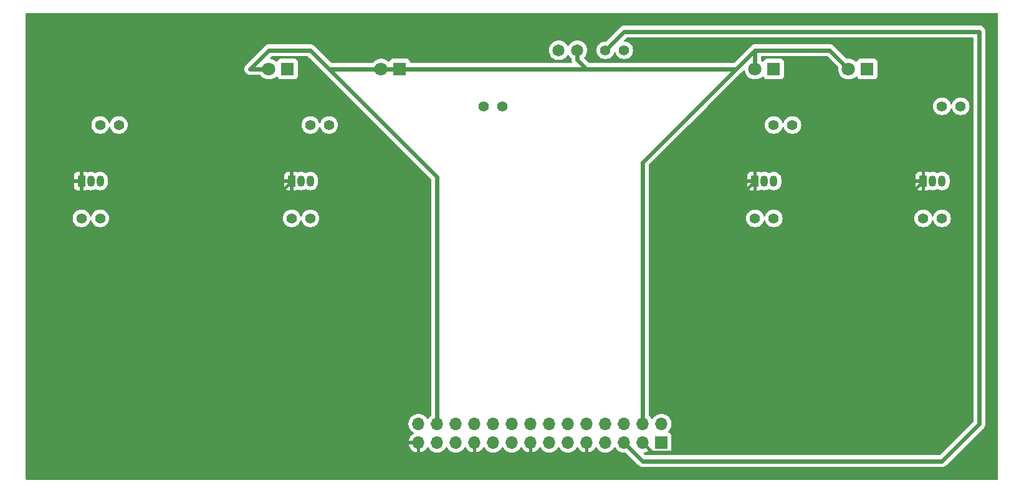
<source format=gbr>
%TF.GenerationSoftware,KiCad,Pcbnew,7.0.10*%
%TF.CreationDate,2024-03-24T23:27:10+02:00*%
%TF.ProjectId,Sensing_Subsystem_Group_8,53656e73-696e-4675-9f53-756273797374,rev?*%
%TF.SameCoordinates,Original*%
%TF.FileFunction,Copper,L2,Bot*%
%TF.FilePolarity,Positive*%
%FSLAX46Y46*%
G04 Gerber Fmt 4.6, Leading zero omitted, Abs format (unit mm)*
G04 Created by KiCad (PCBNEW 7.0.10) date 2024-03-24 23:27:10*
%MOMM*%
%LPD*%
G01*
G04 APERTURE LIST*
%TA.AperFunction,ComponentPad*%
%ADD10C,1.651003*%
%TD*%
%TA.AperFunction,ComponentPad*%
%ADD11C,1.400000*%
%TD*%
%TA.AperFunction,ComponentPad*%
%ADD12R,1.050000X1.500000*%
%TD*%
%TA.AperFunction,ComponentPad*%
%ADD13O,1.050000X1.500000*%
%TD*%
%TA.AperFunction,ComponentPad*%
%ADD14R,1.800000X1.800000*%
%TD*%
%TA.AperFunction,ComponentPad*%
%ADD15C,1.800000*%
%TD*%
%TA.AperFunction,ComponentPad*%
%ADD16R,1.700000X1.700000*%
%TD*%
%TA.AperFunction,ComponentPad*%
%ADD17O,1.700000X1.700000*%
%TD*%
%TA.AperFunction,Conductor*%
%ADD18C,0.600000*%
%TD*%
%TA.AperFunction,Conductor*%
%ADD19C,0.400000*%
%TD*%
G04 APERTURE END LIST*
D10*
%TO.P,LED1,2,C*%
%TO.N,BATT*%
X151130003Y-78740000D03*
%TO.P,LED1,1,E*%
%TO.N,PA3*%
X148589997Y-78740000D03*
%TD*%
D11*
%TO.P,TP10,1,1*%
%TO.N,PA3*%
X154940000Y-78740000D03*
%TO.P,TP10,2*%
%TO.N,N/C*%
X157480000Y-78740000D03*
%TD*%
%TO.P,TP9,1,1*%
%TO.N,Net-(Q5-C)*%
X200660000Y-86360000D03*
%TO.P,TP9,2*%
%TO.N,N/C*%
X203200000Y-86360000D03*
%TD*%
%TO.P,TP8,1,1*%
%TO.N,Net-(JP20-B)*%
X198120000Y-101600000D03*
%TO.P,TP8,2*%
%TO.N,N/C*%
X200660000Y-101600000D03*
%TD*%
D12*
%TO.P,Q5,1,E*%
%TO.N,GND*%
X198120000Y-96520000D03*
D13*
%TO.P,Q5,2,B*%
%TO.N,Net-(JP20-B)*%
X199390000Y-96520000D03*
%TO.P,Q5,3,C*%
%TO.N,Net-(Q5-C)*%
X200660000Y-96520000D03*
%TD*%
D14*
%TO.P,D2,1,K*%
%TO.N,Net-(D2-K)*%
X190500000Y-81280000D03*
D15*
%TO.P,D2,2,A*%
%TO.N,BATT*%
X187960000Y-81280000D03*
%TD*%
D11*
%TO.P,TP7,1,1*%
%TO.N,PA3*%
X138400000Y-86360000D03*
%TO.P,TP7,2*%
%TO.N,N/C*%
X140940000Y-86360000D03*
%TD*%
%TO.P,TP6,1,1*%
%TO.N,Net-(Q3-C)*%
X177800000Y-88900000D03*
%TO.P,TP6,2*%
%TO.N,N/C*%
X180340000Y-88900000D03*
%TD*%
%TO.P,TP5,1,1*%
%TO.N,Net-(Q1-C)*%
X114850000Y-88900000D03*
%TO.P,TP5,2*%
%TO.N,N/C*%
X117390000Y-88900000D03*
%TD*%
%TO.P,TP4,1,1*%
%TO.N,Net-(Q2-C)*%
X86300000Y-88900000D03*
%TO.P,TP4,2*%
%TO.N,N/C*%
X88840000Y-88900000D03*
%TD*%
%TO.P,TP3,1,1*%
%TO.N,Net-(JP11-B)*%
X175260000Y-101600000D03*
%TO.P,TP3,2*%
%TO.N,N/C*%
X177800000Y-101600000D03*
%TD*%
%TO.P,TP2,1,1*%
%TO.N,Net-(JP7-B)*%
X112310000Y-101600000D03*
%TO.P,TP2,2*%
%TO.N,N/C*%
X114850000Y-101600000D03*
%TD*%
%TO.P,TP1,1,1*%
%TO.N,Net-(JP3-B)*%
X83760000Y-101600000D03*
%TO.P,TP1,2*%
%TO.N,N/C*%
X86300000Y-101600000D03*
%TD*%
D12*
%TO.P,Q3,1,E*%
%TO.N,GND*%
X175260000Y-96520000D03*
D13*
%TO.P,Q3,2,B*%
%TO.N,Net-(JP11-B)*%
X176530000Y-96520000D03*
%TO.P,Q3,3,C*%
%TO.N,Net-(Q3-C)*%
X177800000Y-96520000D03*
%TD*%
D12*
%TO.P,Q2,1,E*%
%TO.N,GND*%
X83760000Y-96520000D03*
D13*
%TO.P,Q2,2,B*%
%TO.N,Net-(JP3-B)*%
X85030000Y-96520000D03*
%TO.P,Q2,3,C*%
%TO.N,Net-(Q2-C)*%
X86300000Y-96520000D03*
%TD*%
D12*
%TO.P,Q1,1,E*%
%TO.N,GND*%
X112310000Y-96520000D03*
D13*
%TO.P,Q1,2,B*%
%TO.N,Net-(JP7-B)*%
X113580000Y-96520000D03*
%TO.P,Q1,3,C*%
%TO.N,Net-(Q1-C)*%
X114850000Y-96520000D03*
%TD*%
D16*
%TO.P,J1,1,Pin_1*%
%TO.N,RESV3*%
X162560000Y-132080000D03*
D17*
%TO.P,J1,2,Pin_2*%
%TO.N,3V3*%
X162560000Y-129540000D03*
%TO.P,J1,3,Pin_3*%
%TO.N,GND*%
X160020000Y-132080000D03*
%TO.P,J1,4,Pin_4*%
%TO.N,BATT*%
X160020000Y-129540000D03*
%TO.P,J1,5,Pin_5*%
%TO.N,PA3*%
X157480000Y-132080000D03*
%TO.P,J1,6,Pin_6*%
%TO.N,RESV2*%
X157480000Y-129540000D03*
%TO.P,J1,7,Pin_7*%
%TO.N,PA4*%
X154940000Y-132080000D03*
%TO.P,J1,8,Pin_8*%
%TO.N,PE15*%
X154940000Y-129540000D03*
%TO.P,J1,9,Pin_9*%
%TO.N,GND*%
X152400000Y-132080000D03*
%TO.P,J1,10,Pin_10*%
%TO.N,PE14*%
X152400000Y-129540000D03*
%TO.P,J1,11,Pin_11*%
%TO.N,PA5*%
X149860000Y-132080000D03*
%TO.P,J1,12,Pin_12*%
%TO.N,PE13*%
X149860000Y-129540000D03*
%TO.P,J1,13,Pin_13*%
%TO.N,PA6*%
X147320000Y-132080000D03*
%TO.P,J1,14,Pin_14*%
%TO.N,PE12*%
X147320000Y-129540000D03*
%TO.P,J1,15,Pin_15*%
%TO.N,GND*%
X144780000Y-132080000D03*
%TO.P,J1,16,Pin_16*%
%TO.N,PE11*%
X144780000Y-129540000D03*
%TO.P,J1,17,Pin_17*%
%TO.N,PA7*%
X142240000Y-132080000D03*
%TO.P,J1,18,Pin_18*%
%TO.N,PE10*%
X142240000Y-129540000D03*
%TO.P,J1,19,Pin_19*%
%TO.N,PC4*%
X139700000Y-132080000D03*
%TO.P,J1,20,Pin_20*%
%TO.N,PE9*%
X139700000Y-129540000D03*
%TO.P,J1,21,Pin_21*%
%TO.N,GND*%
X137160000Y-132080000D03*
%TO.P,J1,22,Pin_22*%
%TO.N,PE8*%
X137160000Y-129540000D03*
%TO.P,J1,23,Pin_23*%
%TO.N,PC5*%
X134620000Y-132080000D03*
%TO.P,J1,24,Pin_24*%
%TO.N,RESV1*%
X134620000Y-129540000D03*
%TO.P,J1,25,Pin_25*%
%TO.N,AB0*%
X132080000Y-132080000D03*
%TO.P,J1,26,Pin_26*%
%TO.N,BATT*%
X132080000Y-129540000D03*
%TO.P,J1,27,Pin_27*%
%TO.N,GND*%
X129540000Y-132080000D03*
%TO.P,J1,28,Pin_28*%
%TO.N,3V3*%
X129540000Y-129540000D03*
%TD*%
D14*
%TO.P,D4,1,K*%
%TO.N,Net-(D4-K)*%
X177800000Y-81280000D03*
D15*
%TO.P,D4,2,A*%
%TO.N,BATT*%
X175260000Y-81280000D03*
%TD*%
D14*
%TO.P,D3,1,K*%
%TO.N,Net-(D3-K)*%
X127000000Y-81280000D03*
D15*
%TO.P,D3,2,A*%
%TO.N,BATT*%
X124460000Y-81280000D03*
%TD*%
D14*
%TO.P,D1,1,K*%
%TO.N,Net-(D1-K)*%
X111760000Y-81280000D03*
D15*
%TO.P,D1,2,A*%
%TO.N,BATT*%
X109220000Y-81280000D03*
%TD*%
D18*
%TO.N,BATT*%
X175260000Y-78740000D02*
X185420000Y-78740000D01*
X185420000Y-78740000D02*
X187960000Y-81280000D01*
X175260000Y-78740000D02*
X175260000Y-81280000D01*
X151130003Y-78740000D02*
X151130003Y-80010003D01*
X152400000Y-81280000D02*
X172720000Y-81280000D01*
X151130003Y-80010003D02*
X152400000Y-81280000D01*
X147320000Y-81280000D02*
X152400000Y-81280000D01*
X106680000Y-81280000D02*
X109220000Y-81280000D01*
X109220000Y-78740000D02*
X106680000Y-81280000D01*
X119380000Y-81280000D02*
X124460000Y-81280000D01*
X119380000Y-81280000D02*
X117390000Y-81280000D01*
X144780000Y-81280000D02*
X119380000Y-81280000D01*
X109220000Y-78740000D02*
X109770000Y-78740000D01*
X114850000Y-78740000D02*
X109220000Y-78740000D01*
X147320000Y-81280000D02*
X147320000Y-81279994D01*
X144780000Y-81280000D02*
X147320000Y-81280000D01*
X172720000Y-81280000D02*
X175260000Y-78740000D01*
%TO.N,PA3*%
X205740000Y-76200000D02*
X205740000Y-129540000D01*
X157480000Y-76200000D02*
X205740000Y-76200000D01*
X200660000Y-134620000D02*
X160020000Y-134620000D01*
X205740000Y-129540000D02*
X200660000Y-134620000D01*
X154940000Y-78740000D02*
X157480000Y-76200000D01*
X160020000Y-134620000D02*
X157480000Y-132080000D01*
%TO.N,BATT*%
X117390000Y-81280000D02*
X114850000Y-78740000D01*
X114850000Y-78740000D02*
X132080000Y-95970000D01*
X132080000Y-95970000D02*
X132080000Y-129540000D01*
X160020000Y-93980000D02*
X160020000Y-129540000D01*
X175260000Y-78740000D02*
X160020000Y-93980000D01*
D19*
%TO.N,GND*%
X161270000Y-133330000D02*
X160020000Y-132080000D01*
X186710000Y-133330000D02*
X161270000Y-133330000D01*
X187960000Y-132080000D02*
X186710000Y-133330000D01*
X187960000Y-106680000D02*
X187960000Y-132080000D01*
X198120000Y-96520000D02*
X187960000Y-106680000D01*
X167640000Y-132080000D02*
X166390000Y-133330000D01*
X167640000Y-104140000D02*
X167640000Y-132080000D01*
X166390000Y-133330000D02*
X161270000Y-133330000D01*
X175260000Y-96520000D02*
X167640000Y-104140000D01*
X106680000Y-132080000D02*
X129540000Y-132080000D01*
X106680000Y-102150000D02*
X106680000Y-132080000D01*
X112310000Y-96520000D02*
X106680000Y-102150000D01*
%TD*%
%TA.AperFunction,Conductor*%
%TO.N,GND*%
G36*
X208222539Y-73680185D02*
G01*
X208268294Y-73732989D01*
X208279500Y-73784500D01*
X208279500Y-137035500D01*
X208259815Y-137102539D01*
X208207011Y-137148294D01*
X208155500Y-137159500D01*
X76324500Y-137159500D01*
X76257461Y-137139815D01*
X76211706Y-137087011D01*
X76200500Y-137035500D01*
X76200500Y-101600000D01*
X82554357Y-101600000D01*
X82574884Y-101821535D01*
X82574885Y-101821537D01*
X82635769Y-102035523D01*
X82635775Y-102035538D01*
X82734938Y-102234683D01*
X82734943Y-102234691D01*
X82869020Y-102412238D01*
X83033437Y-102562123D01*
X83033439Y-102562125D01*
X83222595Y-102679245D01*
X83222596Y-102679245D01*
X83222599Y-102679247D01*
X83430060Y-102759618D01*
X83648757Y-102800500D01*
X83648759Y-102800500D01*
X83871241Y-102800500D01*
X83871243Y-102800500D01*
X84089940Y-102759618D01*
X84297401Y-102679247D01*
X84486562Y-102562124D01*
X84650981Y-102412236D01*
X84785058Y-102234689D01*
X84884229Y-102035528D01*
X84910734Y-101942371D01*
X84948013Y-101883278D01*
X85011323Y-101853721D01*
X85080562Y-101863083D01*
X85133749Y-101908393D01*
X85149266Y-101942372D01*
X85175769Y-102035523D01*
X85175775Y-102035538D01*
X85274938Y-102234683D01*
X85274943Y-102234691D01*
X85409020Y-102412238D01*
X85573437Y-102562123D01*
X85573439Y-102562125D01*
X85762595Y-102679245D01*
X85762596Y-102679245D01*
X85762599Y-102679247D01*
X85970060Y-102759618D01*
X86188757Y-102800500D01*
X86188759Y-102800500D01*
X86411241Y-102800500D01*
X86411243Y-102800500D01*
X86629940Y-102759618D01*
X86837401Y-102679247D01*
X87026562Y-102562124D01*
X87190981Y-102412236D01*
X87325058Y-102234689D01*
X87424229Y-102035528D01*
X87485115Y-101821536D01*
X87505643Y-101600000D01*
X111104357Y-101600000D01*
X111124884Y-101821535D01*
X111124885Y-101821537D01*
X111185769Y-102035523D01*
X111185775Y-102035538D01*
X111284938Y-102234683D01*
X111284943Y-102234691D01*
X111419020Y-102412238D01*
X111583437Y-102562123D01*
X111583439Y-102562125D01*
X111772595Y-102679245D01*
X111772596Y-102679245D01*
X111772599Y-102679247D01*
X111980060Y-102759618D01*
X112198757Y-102800500D01*
X112198759Y-102800500D01*
X112421241Y-102800500D01*
X112421243Y-102800500D01*
X112639940Y-102759618D01*
X112847401Y-102679247D01*
X113036562Y-102562124D01*
X113200981Y-102412236D01*
X113335058Y-102234689D01*
X113434229Y-102035528D01*
X113460734Y-101942371D01*
X113498013Y-101883278D01*
X113561323Y-101853721D01*
X113630562Y-101863083D01*
X113683749Y-101908393D01*
X113699266Y-101942372D01*
X113725769Y-102035523D01*
X113725775Y-102035538D01*
X113824938Y-102234683D01*
X113824943Y-102234691D01*
X113959020Y-102412238D01*
X114123437Y-102562123D01*
X114123439Y-102562125D01*
X114312595Y-102679245D01*
X114312596Y-102679245D01*
X114312599Y-102679247D01*
X114520060Y-102759618D01*
X114738757Y-102800500D01*
X114738759Y-102800500D01*
X114961241Y-102800500D01*
X114961243Y-102800500D01*
X115179940Y-102759618D01*
X115387401Y-102679247D01*
X115576562Y-102562124D01*
X115740981Y-102412236D01*
X115875058Y-102234689D01*
X115974229Y-102035528D01*
X116035115Y-101821536D01*
X116055643Y-101600000D01*
X116035115Y-101378464D01*
X115974229Y-101164472D01*
X115974224Y-101164461D01*
X115875061Y-100965316D01*
X115875056Y-100965308D01*
X115740979Y-100787761D01*
X115576562Y-100637876D01*
X115576560Y-100637874D01*
X115387404Y-100520754D01*
X115387398Y-100520752D01*
X115179940Y-100440382D01*
X114961243Y-100399500D01*
X114738757Y-100399500D01*
X114520060Y-100440382D01*
X114388864Y-100491207D01*
X114312601Y-100520752D01*
X114312595Y-100520754D01*
X114123439Y-100637874D01*
X114123437Y-100637876D01*
X113959020Y-100787761D01*
X113824943Y-100965308D01*
X113824938Y-100965316D01*
X113725775Y-101164461D01*
X113725769Y-101164476D01*
X113699266Y-101257627D01*
X113661987Y-101316721D01*
X113598677Y-101346278D01*
X113529438Y-101336916D01*
X113476251Y-101291606D01*
X113460734Y-101257627D01*
X113434230Y-101164476D01*
X113434229Y-101164472D01*
X113434224Y-101164461D01*
X113335061Y-100965316D01*
X113335056Y-100965308D01*
X113200979Y-100787761D01*
X113036562Y-100637876D01*
X113036560Y-100637874D01*
X112847404Y-100520754D01*
X112847398Y-100520752D01*
X112639940Y-100440382D01*
X112421243Y-100399500D01*
X112198757Y-100399500D01*
X111980060Y-100440382D01*
X111848864Y-100491207D01*
X111772601Y-100520752D01*
X111772595Y-100520754D01*
X111583439Y-100637874D01*
X111583437Y-100637876D01*
X111419020Y-100787761D01*
X111284943Y-100965308D01*
X111284938Y-100965316D01*
X111185775Y-101164461D01*
X111185769Y-101164476D01*
X111124885Y-101378462D01*
X111124884Y-101378464D01*
X111104357Y-101599999D01*
X111104357Y-101600000D01*
X87505643Y-101600000D01*
X87485115Y-101378464D01*
X87424229Y-101164472D01*
X87424224Y-101164461D01*
X87325061Y-100965316D01*
X87325056Y-100965308D01*
X87190979Y-100787761D01*
X87026562Y-100637876D01*
X87026560Y-100637874D01*
X86837404Y-100520754D01*
X86837398Y-100520752D01*
X86629940Y-100440382D01*
X86411243Y-100399500D01*
X86188757Y-100399500D01*
X85970060Y-100440382D01*
X85838864Y-100491207D01*
X85762601Y-100520752D01*
X85762595Y-100520754D01*
X85573439Y-100637874D01*
X85573437Y-100637876D01*
X85409020Y-100787761D01*
X85274943Y-100965308D01*
X85274938Y-100965316D01*
X85175775Y-101164461D01*
X85175769Y-101164476D01*
X85149266Y-101257627D01*
X85111987Y-101316721D01*
X85048677Y-101346278D01*
X84979438Y-101336916D01*
X84926251Y-101291606D01*
X84910734Y-101257627D01*
X84884230Y-101164476D01*
X84884229Y-101164472D01*
X84884224Y-101164461D01*
X84785061Y-100965316D01*
X84785056Y-100965308D01*
X84650979Y-100787761D01*
X84486562Y-100637876D01*
X84486560Y-100637874D01*
X84297404Y-100520754D01*
X84297398Y-100520752D01*
X84089940Y-100440382D01*
X83871243Y-100399500D01*
X83648757Y-100399500D01*
X83430060Y-100440382D01*
X83298864Y-100491207D01*
X83222601Y-100520752D01*
X83222595Y-100520754D01*
X83033439Y-100637874D01*
X83033437Y-100637876D01*
X82869020Y-100787761D01*
X82734943Y-100965308D01*
X82734938Y-100965316D01*
X82635775Y-101164461D01*
X82635769Y-101164476D01*
X82574885Y-101378462D01*
X82574884Y-101378464D01*
X82554357Y-101599999D01*
X82554357Y-101600000D01*
X76200500Y-101600000D01*
X76200500Y-97317844D01*
X82735000Y-97317844D01*
X82741401Y-97377372D01*
X82741403Y-97377379D01*
X82791645Y-97512086D01*
X82791649Y-97512093D01*
X82877809Y-97627187D01*
X82877812Y-97627190D01*
X82992906Y-97713350D01*
X82992913Y-97713354D01*
X83127620Y-97763596D01*
X83127627Y-97763598D01*
X83187155Y-97769999D01*
X83187172Y-97770000D01*
X83510000Y-97770000D01*
X83510000Y-96800617D01*
X83579052Y-96854363D01*
X83697424Y-96895000D01*
X83791073Y-96895000D01*
X83883446Y-96879586D01*
X83993514Y-96820019D01*
X84005630Y-96806856D01*
X84009403Y-96845160D01*
X84010000Y-96857314D01*
X84010000Y-97770000D01*
X84332828Y-97770000D01*
X84332844Y-97769999D01*
X84392372Y-97763598D01*
X84392376Y-97763597D01*
X84527093Y-97713350D01*
X84534876Y-97709101D01*
X84536071Y-97711289D01*
X84589109Y-97691492D01*
X84633982Y-97696513D01*
X84635653Y-97697020D01*
X84635659Y-97697023D01*
X84828967Y-97755662D01*
X85030000Y-97775462D01*
X85231033Y-97755662D01*
X85424341Y-97697023D01*
X85602494Y-97601798D01*
X85602498Y-97601794D01*
X85606546Y-97599631D01*
X85674949Y-97585389D01*
X85723454Y-97599631D01*
X85727502Y-97601794D01*
X85727506Y-97601798D01*
X85905659Y-97697023D01*
X86098967Y-97755662D01*
X86300000Y-97775462D01*
X86501033Y-97755662D01*
X86694341Y-97697023D01*
X86872494Y-97601798D01*
X87028647Y-97473647D01*
X87156511Y-97317844D01*
X111285000Y-97317844D01*
X111291401Y-97377372D01*
X111291403Y-97377379D01*
X111341645Y-97512086D01*
X111341649Y-97512093D01*
X111427809Y-97627187D01*
X111427812Y-97627190D01*
X111542906Y-97713350D01*
X111542913Y-97713354D01*
X111677620Y-97763596D01*
X111677627Y-97763598D01*
X111737155Y-97769999D01*
X111737172Y-97770000D01*
X112060000Y-97770000D01*
X112060000Y-96800617D01*
X112129052Y-96854363D01*
X112247424Y-96895000D01*
X112341073Y-96895000D01*
X112433446Y-96879586D01*
X112543514Y-96820019D01*
X112555630Y-96806856D01*
X112559403Y-96845160D01*
X112560000Y-96857314D01*
X112560000Y-97770000D01*
X112882828Y-97770000D01*
X112882844Y-97769999D01*
X112942372Y-97763598D01*
X112942376Y-97763597D01*
X113077093Y-97713350D01*
X113084876Y-97709101D01*
X113086071Y-97711289D01*
X113139109Y-97691492D01*
X113183982Y-97696513D01*
X113185653Y-97697020D01*
X113185659Y-97697023D01*
X113378967Y-97755662D01*
X113580000Y-97775462D01*
X113781033Y-97755662D01*
X113974341Y-97697023D01*
X114152494Y-97601798D01*
X114152498Y-97601794D01*
X114156546Y-97599631D01*
X114224949Y-97585389D01*
X114273454Y-97599631D01*
X114277502Y-97601794D01*
X114277506Y-97601798D01*
X114455659Y-97697023D01*
X114648967Y-97755662D01*
X114850000Y-97775462D01*
X115051033Y-97755662D01*
X115244341Y-97697023D01*
X115422494Y-97601798D01*
X115578647Y-97473647D01*
X115706798Y-97317494D01*
X115802023Y-97139341D01*
X115860662Y-96946033D01*
X115875500Y-96795380D01*
X115875500Y-96244620D01*
X115860662Y-96093967D01*
X115802023Y-95900659D01*
X115802021Y-95900656D01*
X115802021Y-95900654D01*
X115706801Y-95722511D01*
X115706799Y-95722509D01*
X115706798Y-95722506D01*
X115657651Y-95662620D01*
X115578647Y-95566352D01*
X115422495Y-95438203D01*
X115422488Y-95438198D01*
X115244345Y-95342978D01*
X115051031Y-95284337D01*
X114850000Y-95264538D01*
X114648968Y-95284337D01*
X114455654Y-95342978D01*
X114273453Y-95440367D01*
X114205050Y-95454609D01*
X114156547Y-95440367D01*
X113974345Y-95342978D01*
X113781031Y-95284337D01*
X113580000Y-95264538D01*
X113378968Y-95284337D01*
X113241371Y-95326076D01*
X113185659Y-95342977D01*
X113185657Y-95342977D01*
X113183982Y-95343486D01*
X113114115Y-95344109D01*
X113085414Y-95329902D01*
X113084872Y-95330897D01*
X113077086Y-95326645D01*
X112942379Y-95276403D01*
X112942372Y-95276401D01*
X112882844Y-95270000D01*
X112560000Y-95270000D01*
X112560000Y-96182684D01*
X112559403Y-96194837D01*
X112555370Y-96235779D01*
X112490948Y-96185637D01*
X112372576Y-96145000D01*
X112278927Y-96145000D01*
X112186554Y-96160414D01*
X112076486Y-96219981D01*
X112060000Y-96237889D01*
X112060000Y-95270000D01*
X111737155Y-95270000D01*
X111677627Y-95276401D01*
X111677620Y-95276403D01*
X111542913Y-95326645D01*
X111542906Y-95326649D01*
X111427812Y-95412809D01*
X111427809Y-95412812D01*
X111341649Y-95527906D01*
X111341645Y-95527913D01*
X111291403Y-95662620D01*
X111291401Y-95662627D01*
X111285000Y-95722155D01*
X111285000Y-96270000D01*
X112030440Y-96270000D01*
X111991722Y-96312059D01*
X111941449Y-96426670D01*
X111931114Y-96551395D01*
X111961837Y-96672719D01*
X112025394Y-96770000D01*
X111285000Y-96770000D01*
X111285000Y-97317844D01*
X87156511Y-97317844D01*
X87156798Y-97317494D01*
X87252023Y-97139341D01*
X87310662Y-96946033D01*
X87325500Y-96795380D01*
X87325500Y-96244620D01*
X87310662Y-96093967D01*
X87252023Y-95900659D01*
X87252021Y-95900656D01*
X87252021Y-95900654D01*
X87156801Y-95722511D01*
X87156799Y-95722509D01*
X87156798Y-95722506D01*
X87107651Y-95662620D01*
X87028647Y-95566352D01*
X86872495Y-95438203D01*
X86872488Y-95438198D01*
X86694345Y-95342978D01*
X86501031Y-95284337D01*
X86300000Y-95264538D01*
X86098968Y-95284337D01*
X85905654Y-95342978D01*
X85723453Y-95440367D01*
X85655050Y-95454609D01*
X85606547Y-95440367D01*
X85424345Y-95342978D01*
X85231031Y-95284337D01*
X85030000Y-95264538D01*
X84828968Y-95284337D01*
X84691371Y-95326076D01*
X84635659Y-95342977D01*
X84635657Y-95342977D01*
X84633982Y-95343486D01*
X84564115Y-95344109D01*
X84535414Y-95329902D01*
X84534872Y-95330897D01*
X84527086Y-95326645D01*
X84392379Y-95276403D01*
X84392372Y-95276401D01*
X84332844Y-95270000D01*
X84010000Y-95270000D01*
X84010000Y-96182684D01*
X84009403Y-96194837D01*
X84005370Y-96235779D01*
X83940948Y-96185637D01*
X83822576Y-96145000D01*
X83728927Y-96145000D01*
X83636554Y-96160414D01*
X83526486Y-96219981D01*
X83510000Y-96237889D01*
X83510000Y-95270000D01*
X83187155Y-95270000D01*
X83127627Y-95276401D01*
X83127620Y-95276403D01*
X82992913Y-95326645D01*
X82992906Y-95326649D01*
X82877812Y-95412809D01*
X82877809Y-95412812D01*
X82791649Y-95527906D01*
X82791645Y-95527913D01*
X82741403Y-95662620D01*
X82741401Y-95662627D01*
X82735000Y-95722155D01*
X82735000Y-96270000D01*
X83480440Y-96270000D01*
X83441722Y-96312059D01*
X83391449Y-96426670D01*
X83381114Y-96551395D01*
X83411837Y-96672719D01*
X83475394Y-96770000D01*
X82735000Y-96770000D01*
X82735000Y-97317844D01*
X76200500Y-97317844D01*
X76200500Y-88900000D01*
X85094357Y-88900000D01*
X85114884Y-89121535D01*
X85114885Y-89121537D01*
X85175769Y-89335523D01*
X85175775Y-89335538D01*
X85274938Y-89534683D01*
X85274943Y-89534691D01*
X85409020Y-89712238D01*
X85573437Y-89862123D01*
X85573439Y-89862125D01*
X85762595Y-89979245D01*
X85762596Y-89979245D01*
X85762599Y-89979247D01*
X85970060Y-90059618D01*
X86188757Y-90100500D01*
X86188759Y-90100500D01*
X86411241Y-90100500D01*
X86411243Y-90100500D01*
X86629940Y-90059618D01*
X86837401Y-89979247D01*
X87026562Y-89862124D01*
X87190981Y-89712236D01*
X87325058Y-89534689D01*
X87424229Y-89335528D01*
X87450734Y-89242371D01*
X87488013Y-89183278D01*
X87551323Y-89153721D01*
X87620562Y-89163083D01*
X87673749Y-89208393D01*
X87689266Y-89242372D01*
X87715769Y-89335523D01*
X87715775Y-89335538D01*
X87814938Y-89534683D01*
X87814943Y-89534691D01*
X87949020Y-89712238D01*
X88113437Y-89862123D01*
X88113439Y-89862125D01*
X88302595Y-89979245D01*
X88302596Y-89979245D01*
X88302599Y-89979247D01*
X88510060Y-90059618D01*
X88728757Y-90100500D01*
X88728759Y-90100500D01*
X88951241Y-90100500D01*
X88951243Y-90100500D01*
X89169940Y-90059618D01*
X89377401Y-89979247D01*
X89566562Y-89862124D01*
X89730981Y-89712236D01*
X89865058Y-89534689D01*
X89964229Y-89335528D01*
X90025115Y-89121536D01*
X90045643Y-88900000D01*
X113644357Y-88900000D01*
X113664884Y-89121535D01*
X113664885Y-89121537D01*
X113725769Y-89335523D01*
X113725775Y-89335538D01*
X113824938Y-89534683D01*
X113824943Y-89534691D01*
X113959020Y-89712238D01*
X114123437Y-89862123D01*
X114123439Y-89862125D01*
X114312595Y-89979245D01*
X114312596Y-89979245D01*
X114312599Y-89979247D01*
X114520060Y-90059618D01*
X114738757Y-90100500D01*
X114738759Y-90100500D01*
X114961241Y-90100500D01*
X114961243Y-90100500D01*
X115179940Y-90059618D01*
X115387401Y-89979247D01*
X115576562Y-89862124D01*
X115740981Y-89712236D01*
X115875058Y-89534689D01*
X115974229Y-89335528D01*
X116000734Y-89242371D01*
X116038013Y-89183278D01*
X116101323Y-89153721D01*
X116170562Y-89163083D01*
X116223749Y-89208393D01*
X116239266Y-89242372D01*
X116265769Y-89335523D01*
X116265775Y-89335538D01*
X116364938Y-89534683D01*
X116364943Y-89534691D01*
X116499020Y-89712238D01*
X116663437Y-89862123D01*
X116663439Y-89862125D01*
X116852595Y-89979245D01*
X116852596Y-89979245D01*
X116852599Y-89979247D01*
X117060060Y-90059618D01*
X117278757Y-90100500D01*
X117278759Y-90100500D01*
X117501241Y-90100500D01*
X117501243Y-90100500D01*
X117719940Y-90059618D01*
X117927401Y-89979247D01*
X118116562Y-89862124D01*
X118280981Y-89712236D01*
X118415058Y-89534689D01*
X118514229Y-89335528D01*
X118575115Y-89121536D01*
X118595643Y-88900000D01*
X118575115Y-88678464D01*
X118514229Y-88464472D01*
X118514224Y-88464461D01*
X118415061Y-88265316D01*
X118415056Y-88265308D01*
X118280979Y-88087761D01*
X118116562Y-87937876D01*
X118116560Y-87937874D01*
X117927404Y-87820754D01*
X117927398Y-87820752D01*
X117719940Y-87740382D01*
X117501243Y-87699500D01*
X117278757Y-87699500D01*
X117060060Y-87740382D01*
X116928864Y-87791207D01*
X116852601Y-87820752D01*
X116852595Y-87820754D01*
X116663439Y-87937874D01*
X116663437Y-87937876D01*
X116499020Y-88087761D01*
X116364943Y-88265308D01*
X116364938Y-88265316D01*
X116265775Y-88464461D01*
X116265769Y-88464476D01*
X116239266Y-88557627D01*
X116201987Y-88616721D01*
X116138677Y-88646278D01*
X116069438Y-88636916D01*
X116016251Y-88591606D01*
X116000734Y-88557627D01*
X115974230Y-88464476D01*
X115974229Y-88464472D01*
X115974224Y-88464461D01*
X115875061Y-88265316D01*
X115875056Y-88265308D01*
X115740979Y-88087761D01*
X115576562Y-87937876D01*
X115576560Y-87937874D01*
X115387404Y-87820754D01*
X115387398Y-87820752D01*
X115179940Y-87740382D01*
X114961243Y-87699500D01*
X114738757Y-87699500D01*
X114520060Y-87740382D01*
X114388864Y-87791207D01*
X114312601Y-87820752D01*
X114312595Y-87820754D01*
X114123439Y-87937874D01*
X114123437Y-87937876D01*
X113959020Y-88087761D01*
X113824943Y-88265308D01*
X113824938Y-88265316D01*
X113725775Y-88464461D01*
X113725769Y-88464476D01*
X113664885Y-88678462D01*
X113664884Y-88678464D01*
X113644357Y-88899999D01*
X113644357Y-88900000D01*
X90045643Y-88900000D01*
X90025115Y-88678464D01*
X89964229Y-88464472D01*
X89964224Y-88464461D01*
X89865061Y-88265316D01*
X89865056Y-88265308D01*
X89730979Y-88087761D01*
X89566562Y-87937876D01*
X89566560Y-87937874D01*
X89377404Y-87820754D01*
X89377398Y-87820752D01*
X89169940Y-87740382D01*
X88951243Y-87699500D01*
X88728757Y-87699500D01*
X88510060Y-87740382D01*
X88378864Y-87791207D01*
X88302601Y-87820752D01*
X88302595Y-87820754D01*
X88113439Y-87937874D01*
X88113437Y-87937876D01*
X87949020Y-88087761D01*
X87814943Y-88265308D01*
X87814938Y-88265316D01*
X87715775Y-88464461D01*
X87715769Y-88464476D01*
X87689266Y-88557627D01*
X87651987Y-88616721D01*
X87588677Y-88646278D01*
X87519438Y-88636916D01*
X87466251Y-88591606D01*
X87450734Y-88557627D01*
X87424230Y-88464476D01*
X87424229Y-88464472D01*
X87424224Y-88464461D01*
X87325061Y-88265316D01*
X87325056Y-88265308D01*
X87190979Y-88087761D01*
X87026562Y-87937876D01*
X87026560Y-87937874D01*
X86837404Y-87820754D01*
X86837398Y-87820752D01*
X86629940Y-87740382D01*
X86411243Y-87699500D01*
X86188757Y-87699500D01*
X85970060Y-87740382D01*
X85838864Y-87791207D01*
X85762601Y-87820752D01*
X85762595Y-87820754D01*
X85573439Y-87937874D01*
X85573437Y-87937876D01*
X85409020Y-88087761D01*
X85274943Y-88265308D01*
X85274938Y-88265316D01*
X85175775Y-88464461D01*
X85175769Y-88464476D01*
X85114885Y-88678462D01*
X85114884Y-88678464D01*
X85094357Y-88899999D01*
X85094357Y-88900000D01*
X76200500Y-88900000D01*
X76200500Y-81280001D01*
X105874435Y-81280001D01*
X105878720Y-81318029D01*
X105879500Y-81331914D01*
X105879500Y-81370191D01*
X105879501Y-81370200D01*
X105888017Y-81407518D01*
X105890345Y-81421217D01*
X105894633Y-81459260D01*
X105907271Y-81495380D01*
X105911119Y-81508735D01*
X105919639Y-81546061D01*
X105936250Y-81580554D01*
X105941570Y-81593397D01*
X105954212Y-81629525D01*
X105954213Y-81629526D01*
X105974571Y-81661925D01*
X105981297Y-81674094D01*
X105997908Y-81708585D01*
X105997909Y-81708587D01*
X106019041Y-81735085D01*
X106021769Y-81738506D01*
X106029815Y-81749846D01*
X106050182Y-81782259D01*
X106050184Y-81782262D01*
X106077250Y-81809328D01*
X106086516Y-81819696D01*
X106110376Y-81849616D01*
X106110379Y-81849619D01*
X106140301Y-81873481D01*
X106150661Y-81882739D01*
X106177738Y-81909816D01*
X106210156Y-81930185D01*
X106221483Y-81938222D01*
X106251413Y-81962091D01*
X106251415Y-81962092D01*
X106251414Y-81962092D01*
X106285894Y-81978696D01*
X106298067Y-81985424D01*
X106330478Y-82005789D01*
X106355506Y-82014546D01*
X106366606Y-82018431D01*
X106379450Y-82023750D01*
X106410514Y-82038710D01*
X106413941Y-82040361D01*
X106451249Y-82048876D01*
X106464612Y-82052725D01*
X106500742Y-82065367D01*
X106500745Y-82065368D01*
X106538790Y-82069654D01*
X106552479Y-82071980D01*
X106589806Y-82080500D01*
X106635046Y-82080500D01*
X108002982Y-82080500D01*
X108070021Y-82100185D01*
X108106791Y-82136679D01*
X108111021Y-82143153D01*
X108268216Y-82313913D01*
X108268219Y-82313915D01*
X108268222Y-82313918D01*
X108451365Y-82456464D01*
X108451371Y-82456468D01*
X108451374Y-82456470D01*
X108655497Y-82566936D01*
X108769487Y-82606068D01*
X108875015Y-82642297D01*
X108875017Y-82642297D01*
X108875019Y-82642298D01*
X109103951Y-82680500D01*
X109103952Y-82680500D01*
X109336048Y-82680500D01*
X109336049Y-82680500D01*
X109564981Y-82642298D01*
X109784503Y-82566936D01*
X109988626Y-82456470D01*
X110171784Y-82313913D01*
X110180130Y-82304846D01*
X110240010Y-82268854D01*
X110309849Y-82270949D01*
X110367468Y-82310469D01*
X110387544Y-82345491D01*
X110416203Y-82422330D01*
X110416206Y-82422335D01*
X110502452Y-82537544D01*
X110502455Y-82537547D01*
X110617664Y-82623793D01*
X110617671Y-82623797D01*
X110752517Y-82674091D01*
X110752516Y-82674091D01*
X110759444Y-82674835D01*
X110812127Y-82680500D01*
X112707872Y-82680499D01*
X112767483Y-82674091D01*
X112902331Y-82623796D01*
X113017546Y-82537546D01*
X113103796Y-82422331D01*
X113154091Y-82287483D01*
X113160500Y-82227873D01*
X113160499Y-80332128D01*
X113154091Y-80272517D01*
X113144233Y-80246087D01*
X113103797Y-80137671D01*
X113103793Y-80137664D01*
X113017547Y-80022455D01*
X113017544Y-80022452D01*
X112902335Y-79936206D01*
X112902328Y-79936202D01*
X112767482Y-79885908D01*
X112767483Y-79885908D01*
X112707883Y-79879501D01*
X112707881Y-79879500D01*
X112707873Y-79879500D01*
X112707864Y-79879500D01*
X110812129Y-79879500D01*
X110812123Y-79879501D01*
X110752516Y-79885908D01*
X110617671Y-79936202D01*
X110617664Y-79936206D01*
X110502455Y-80022452D01*
X110502452Y-80022455D01*
X110416206Y-80137664D01*
X110416203Y-80137670D01*
X110387544Y-80214508D01*
X110345672Y-80270441D01*
X110280208Y-80294858D01*
X110211935Y-80280006D01*
X110180135Y-80255158D01*
X110171784Y-80246087D01*
X110171778Y-80246082D01*
X110171777Y-80246081D01*
X109988634Y-80103535D01*
X109988628Y-80103531D01*
X109784504Y-79993064D01*
X109784495Y-79993061D01*
X109564984Y-79917702D01*
X109488359Y-79904916D01*
X109467844Y-79901492D01*
X109404960Y-79871043D01*
X109368521Y-79811428D01*
X109370096Y-79741576D01*
X109400570Y-79691507D01*
X109515261Y-79576816D01*
X109576582Y-79543334D01*
X109602940Y-79540500D01*
X114467060Y-79540500D01*
X114534099Y-79560185D01*
X114554741Y-79576819D01*
X131243181Y-96265258D01*
X131276666Y-96326581D01*
X131279500Y-96352939D01*
X131279500Y-128387309D01*
X131259815Y-128454348D01*
X131226625Y-128488883D01*
X131208601Y-128501503D01*
X131208595Y-128501508D01*
X131041505Y-128668597D01*
X130911575Y-128854158D01*
X130856998Y-128897783D01*
X130787500Y-128904977D01*
X130725145Y-128873454D01*
X130708425Y-128854158D01*
X130578494Y-128668597D01*
X130411402Y-128501506D01*
X130411395Y-128501501D01*
X130217834Y-128365967D01*
X130217830Y-128365965D01*
X130217828Y-128365964D01*
X130003663Y-128266097D01*
X130003659Y-128266096D01*
X130003655Y-128266094D01*
X129775413Y-128204938D01*
X129775403Y-128204936D01*
X129540001Y-128184341D01*
X129539999Y-128184341D01*
X129304596Y-128204936D01*
X129304586Y-128204938D01*
X129076344Y-128266094D01*
X129076335Y-128266098D01*
X128862171Y-128365964D01*
X128862169Y-128365965D01*
X128668597Y-128501505D01*
X128501505Y-128668597D01*
X128365965Y-128862169D01*
X128365964Y-128862171D01*
X128266098Y-129076335D01*
X128266094Y-129076344D01*
X128204938Y-129304586D01*
X128204936Y-129304596D01*
X128184341Y-129539999D01*
X128184341Y-129540000D01*
X128204936Y-129775403D01*
X128204938Y-129775413D01*
X128266094Y-130003655D01*
X128266096Y-130003659D01*
X128266097Y-130003663D01*
X128346004Y-130175023D01*
X128365965Y-130217830D01*
X128365967Y-130217834D01*
X128474281Y-130372521D01*
X128501505Y-130411401D01*
X128668599Y-130578495D01*
X128835439Y-130695318D01*
X128854594Y-130708730D01*
X128898219Y-130763307D01*
X128905413Y-130832805D01*
X128873890Y-130895160D01*
X128854595Y-130911880D01*
X128668922Y-131041890D01*
X128668920Y-131041891D01*
X128501891Y-131208920D01*
X128501886Y-131208926D01*
X128366400Y-131402420D01*
X128366399Y-131402422D01*
X128266570Y-131616507D01*
X128266567Y-131616513D01*
X128209364Y-131829999D01*
X128209364Y-131830000D01*
X129106314Y-131830000D01*
X129080507Y-131870156D01*
X129040000Y-132008111D01*
X129040000Y-132151889D01*
X129080507Y-132289844D01*
X129106314Y-132330000D01*
X128209364Y-132330000D01*
X128266567Y-132543486D01*
X128266570Y-132543492D01*
X128366399Y-132757578D01*
X128501894Y-132951082D01*
X128668917Y-133118105D01*
X128862421Y-133253600D01*
X129076507Y-133353429D01*
X129076516Y-133353433D01*
X129290000Y-133410634D01*
X129290000Y-132515501D01*
X129397685Y-132564680D01*
X129504237Y-132580000D01*
X129575763Y-132580000D01*
X129682315Y-132564680D01*
X129790000Y-132515501D01*
X129790000Y-133410633D01*
X130003483Y-133353433D01*
X130003492Y-133353429D01*
X130217578Y-133253600D01*
X130411082Y-133118105D01*
X130578105Y-132951082D01*
X130708119Y-132765405D01*
X130762696Y-132721781D01*
X130832195Y-132714588D01*
X130894549Y-132746110D01*
X130911269Y-132765405D01*
X131041505Y-132951401D01*
X131208599Y-133118495D01*
X131305384Y-133186265D01*
X131402165Y-133254032D01*
X131402167Y-133254033D01*
X131402170Y-133254035D01*
X131616337Y-133353903D01*
X131844592Y-133415063D01*
X132021034Y-133430500D01*
X132079999Y-133435659D01*
X132080000Y-133435659D01*
X132080001Y-133435659D01*
X132138966Y-133430500D01*
X132315408Y-133415063D01*
X132543663Y-133353903D01*
X132757830Y-133254035D01*
X132951401Y-133118495D01*
X133118495Y-132951401D01*
X133248425Y-132765842D01*
X133303002Y-132722217D01*
X133372500Y-132715023D01*
X133434855Y-132746546D01*
X133451575Y-132765842D01*
X133581281Y-132951082D01*
X133581505Y-132951401D01*
X133748599Y-133118495D01*
X133845384Y-133186265D01*
X133942165Y-133254032D01*
X133942167Y-133254033D01*
X133942170Y-133254035D01*
X134156337Y-133353903D01*
X134384592Y-133415063D01*
X134561034Y-133430500D01*
X134619999Y-133435659D01*
X134620000Y-133435659D01*
X134620001Y-133435659D01*
X134678966Y-133430500D01*
X134855408Y-133415063D01*
X135083663Y-133353903D01*
X135297830Y-133254035D01*
X135491401Y-133118495D01*
X135658495Y-132951401D01*
X135788730Y-132765405D01*
X135843307Y-132721781D01*
X135912805Y-132714587D01*
X135975160Y-132746110D01*
X135991879Y-132765405D01*
X136121890Y-132951078D01*
X136288917Y-133118105D01*
X136482421Y-133253600D01*
X136696507Y-133353429D01*
X136696516Y-133353433D01*
X136910000Y-133410634D01*
X136910000Y-132515501D01*
X137017685Y-132564680D01*
X137124237Y-132580000D01*
X137195763Y-132580000D01*
X137302315Y-132564680D01*
X137410000Y-132515501D01*
X137410000Y-133410633D01*
X137623483Y-133353433D01*
X137623492Y-133353429D01*
X137837578Y-133253600D01*
X138031082Y-133118105D01*
X138198105Y-132951082D01*
X138328119Y-132765405D01*
X138382696Y-132721781D01*
X138452195Y-132714588D01*
X138514549Y-132746110D01*
X138531269Y-132765405D01*
X138661505Y-132951401D01*
X138828599Y-133118495D01*
X138925384Y-133186265D01*
X139022165Y-133254032D01*
X139022167Y-133254033D01*
X139022170Y-133254035D01*
X139236337Y-133353903D01*
X139464592Y-133415063D01*
X139641034Y-133430500D01*
X139699999Y-133435659D01*
X139700000Y-133435659D01*
X139700001Y-133435659D01*
X139758966Y-133430500D01*
X139935408Y-133415063D01*
X140163663Y-133353903D01*
X140377830Y-133254035D01*
X140571401Y-133118495D01*
X140738495Y-132951401D01*
X140868425Y-132765842D01*
X140923002Y-132722217D01*
X140992500Y-132715023D01*
X141054855Y-132746546D01*
X141071575Y-132765842D01*
X141201281Y-132951082D01*
X141201505Y-132951401D01*
X141368599Y-133118495D01*
X141465384Y-133186265D01*
X141562165Y-133254032D01*
X141562167Y-133254033D01*
X141562170Y-133254035D01*
X141776337Y-133353903D01*
X142004592Y-133415063D01*
X142181034Y-133430500D01*
X142239999Y-133435659D01*
X142240000Y-133435659D01*
X142240001Y-133435659D01*
X142298966Y-133430500D01*
X142475408Y-133415063D01*
X142703663Y-133353903D01*
X142917830Y-133254035D01*
X143111401Y-133118495D01*
X143278495Y-132951401D01*
X143408730Y-132765405D01*
X143463307Y-132721781D01*
X143532805Y-132714587D01*
X143595160Y-132746110D01*
X143611879Y-132765405D01*
X143741890Y-132951078D01*
X143908917Y-133118105D01*
X144102421Y-133253600D01*
X144316507Y-133353429D01*
X144316516Y-133353433D01*
X144530000Y-133410634D01*
X144530000Y-132515501D01*
X144637685Y-132564680D01*
X144744237Y-132580000D01*
X144815763Y-132580000D01*
X144922315Y-132564680D01*
X145030000Y-132515501D01*
X145030000Y-133410633D01*
X145243483Y-133353433D01*
X145243492Y-133353429D01*
X145457578Y-133253600D01*
X145651082Y-133118105D01*
X145818105Y-132951082D01*
X145948119Y-132765405D01*
X146002696Y-132721781D01*
X146072195Y-132714588D01*
X146134549Y-132746110D01*
X146151269Y-132765405D01*
X146281505Y-132951401D01*
X146448599Y-133118495D01*
X146545384Y-133186265D01*
X146642165Y-133254032D01*
X146642167Y-133254033D01*
X146642170Y-133254035D01*
X146856337Y-133353903D01*
X147084592Y-133415063D01*
X147261034Y-133430500D01*
X147319999Y-133435659D01*
X147320000Y-133435659D01*
X147320001Y-133435659D01*
X147378966Y-133430500D01*
X147555408Y-133415063D01*
X147783663Y-133353903D01*
X147997830Y-133254035D01*
X148191401Y-133118495D01*
X148358495Y-132951401D01*
X148488425Y-132765842D01*
X148543002Y-132722217D01*
X148612500Y-132715023D01*
X148674855Y-132746546D01*
X148691575Y-132765842D01*
X148821281Y-132951082D01*
X148821505Y-132951401D01*
X148988599Y-133118495D01*
X149085384Y-133186265D01*
X149182165Y-133254032D01*
X149182167Y-133254033D01*
X149182170Y-133254035D01*
X149396337Y-133353903D01*
X149624592Y-133415063D01*
X149801034Y-133430500D01*
X149859999Y-133435659D01*
X149860000Y-133435659D01*
X149860001Y-133435659D01*
X149918966Y-133430500D01*
X150095408Y-133415063D01*
X150323663Y-133353903D01*
X150537830Y-133254035D01*
X150731401Y-133118495D01*
X150898495Y-132951401D01*
X151028730Y-132765405D01*
X151083307Y-132721781D01*
X151152805Y-132714587D01*
X151215160Y-132746110D01*
X151231879Y-132765405D01*
X151361890Y-132951078D01*
X151528917Y-133118105D01*
X151722421Y-133253600D01*
X151936507Y-133353429D01*
X151936516Y-133353433D01*
X152150000Y-133410634D01*
X152150000Y-132515501D01*
X152257685Y-132564680D01*
X152364237Y-132580000D01*
X152435763Y-132580000D01*
X152542315Y-132564680D01*
X152650000Y-132515501D01*
X152650000Y-133410633D01*
X152863483Y-133353433D01*
X152863492Y-133353429D01*
X153077578Y-133253600D01*
X153271082Y-133118105D01*
X153438105Y-132951082D01*
X153568119Y-132765405D01*
X153622696Y-132721781D01*
X153692195Y-132714588D01*
X153754549Y-132746110D01*
X153771269Y-132765405D01*
X153901505Y-132951401D01*
X154068599Y-133118495D01*
X154165384Y-133186265D01*
X154262165Y-133254032D01*
X154262167Y-133254033D01*
X154262170Y-133254035D01*
X154476337Y-133353903D01*
X154704592Y-133415063D01*
X154881034Y-133430500D01*
X154939999Y-133435659D01*
X154940000Y-133435659D01*
X154940001Y-133435659D01*
X154998966Y-133430500D01*
X155175408Y-133415063D01*
X155403663Y-133353903D01*
X155617830Y-133254035D01*
X155811401Y-133118495D01*
X155978495Y-132951401D01*
X156108425Y-132765842D01*
X156163002Y-132722217D01*
X156232500Y-132715023D01*
X156294855Y-132746546D01*
X156311575Y-132765842D01*
X156441281Y-132951082D01*
X156441505Y-132951401D01*
X156608599Y-133118495D01*
X156705384Y-133186265D01*
X156802165Y-133254032D01*
X156802167Y-133254033D01*
X156802170Y-133254035D01*
X157016337Y-133353903D01*
X157244592Y-133415063D01*
X157421034Y-133430500D01*
X157479999Y-133435659D01*
X157479999Y-133435658D01*
X157480000Y-133435659D01*
X157627992Y-133422710D01*
X157696490Y-133436476D01*
X157726479Y-133458557D01*
X159390184Y-135122262D01*
X159517738Y-135249816D01*
X159550148Y-135270180D01*
X159561479Y-135278219D01*
X159591413Y-135302091D01*
X159625905Y-135318701D01*
X159638057Y-135325417D01*
X159670478Y-135345789D01*
X159706613Y-135358433D01*
X159719458Y-135363754D01*
X159732784Y-135370171D01*
X159753936Y-135380358D01*
X159753937Y-135380358D01*
X159753939Y-135380359D01*
X159791255Y-135388876D01*
X159804606Y-135392722D01*
X159840745Y-135405368D01*
X159878797Y-135409655D01*
X159892475Y-135411979D01*
X159929805Y-135420500D01*
X200750194Y-135420500D01*
X200787517Y-135411981D01*
X200801211Y-135409654D01*
X200839255Y-135405368D01*
X200875392Y-135392722D01*
X200888726Y-135388881D01*
X200926061Y-135380360D01*
X200960561Y-135363745D01*
X200973398Y-135358429D01*
X201009519Y-135345790D01*
X201009518Y-135345790D01*
X201009522Y-135345789D01*
X201041939Y-135325419D01*
X201054103Y-135318697D01*
X201088587Y-135302091D01*
X201118515Y-135278222D01*
X201129847Y-135270182D01*
X201162262Y-135249816D01*
X201289816Y-135122262D01*
X206337826Y-130074252D01*
X206369816Y-130042262D01*
X206390186Y-130009841D01*
X206398211Y-129998530D01*
X206422092Y-129968587D01*
X206438699Y-129934101D01*
X206445427Y-129921928D01*
X206455914Y-129905236D01*
X206465789Y-129889522D01*
X206478432Y-129853385D01*
X206483751Y-129840548D01*
X206500360Y-129806061D01*
X206508879Y-129768733D01*
X206512728Y-129755376D01*
X206525368Y-129719255D01*
X206529654Y-129681211D01*
X206531982Y-129667512D01*
X206540500Y-129630194D01*
X206540500Y-129449806D01*
X206540500Y-76251914D01*
X206541280Y-76238029D01*
X206545565Y-76200001D01*
X206545565Y-76199996D01*
X206525369Y-76020750D01*
X206525368Y-76020745D01*
X206465788Y-75850476D01*
X206369815Y-75697737D01*
X206242262Y-75570184D01*
X206089523Y-75474211D01*
X205919254Y-75414631D01*
X205919249Y-75414630D01*
X205784954Y-75399500D01*
X205769969Y-75397811D01*
X205740002Y-75394435D01*
X205739998Y-75394435D01*
X205701969Y-75398720D01*
X205688085Y-75399500D01*
X157570194Y-75399500D01*
X157389805Y-75399500D01*
X157389803Y-75399500D01*
X157389797Y-75399501D01*
X157352489Y-75408016D01*
X157338786Y-75410345D01*
X157300743Y-75414632D01*
X157264610Y-75427275D01*
X157251256Y-75431122D01*
X157213940Y-75439640D01*
X157179458Y-75456245D01*
X157166620Y-75461563D01*
X157144546Y-75469287D01*
X157130478Y-75474211D01*
X157130476Y-75474212D01*
X157130474Y-75474213D01*
X157098061Y-75494578D01*
X157085900Y-75501299D01*
X157051413Y-75517908D01*
X157051411Y-75517910D01*
X157021488Y-75541772D01*
X157010152Y-75549816D01*
X156977739Y-75570183D01*
X156977735Y-75570186D01*
X155044741Y-77503181D01*
X154983418Y-77536666D01*
X154957060Y-77539500D01*
X154828757Y-77539500D01*
X154610060Y-77580382D01*
X154478864Y-77631207D01*
X154402601Y-77660752D01*
X154402595Y-77660754D01*
X154213439Y-77777874D01*
X154213437Y-77777876D01*
X154049020Y-77927761D01*
X153914943Y-78105308D01*
X153914938Y-78105316D01*
X153815775Y-78304461D01*
X153815769Y-78304476D01*
X153754885Y-78518462D01*
X153754884Y-78518464D01*
X153734357Y-78739999D01*
X153734357Y-78740000D01*
X153754884Y-78961535D01*
X153754885Y-78961537D01*
X153815769Y-79175523D01*
X153815775Y-79175538D01*
X153914938Y-79374683D01*
X153914943Y-79374691D01*
X154049020Y-79552238D01*
X154213437Y-79702123D01*
X154213439Y-79702125D01*
X154402595Y-79819245D01*
X154402596Y-79819245D01*
X154402599Y-79819247D01*
X154610060Y-79899618D01*
X154828757Y-79940500D01*
X154828759Y-79940500D01*
X155051241Y-79940500D01*
X155051243Y-79940500D01*
X155269940Y-79899618D01*
X155477401Y-79819247D01*
X155666562Y-79702124D01*
X155806282Y-79574751D01*
X155830979Y-79552238D01*
X155839844Y-79540500D01*
X155965058Y-79374689D01*
X156064229Y-79175528D01*
X156090734Y-79082371D01*
X156128013Y-79023278D01*
X156191323Y-78993721D01*
X156260562Y-79003083D01*
X156313749Y-79048393D01*
X156329266Y-79082372D01*
X156355769Y-79175523D01*
X156355775Y-79175538D01*
X156454938Y-79374683D01*
X156454943Y-79374691D01*
X156589020Y-79552238D01*
X156753437Y-79702123D01*
X156753439Y-79702125D01*
X156942595Y-79819245D01*
X156942596Y-79819245D01*
X156942599Y-79819247D01*
X157150060Y-79899618D01*
X157368757Y-79940500D01*
X157368759Y-79940500D01*
X157591241Y-79940500D01*
X157591243Y-79940500D01*
X157809940Y-79899618D01*
X158017401Y-79819247D01*
X158206562Y-79702124D01*
X158346282Y-79574751D01*
X158370979Y-79552238D01*
X158379844Y-79540500D01*
X158505058Y-79374689D01*
X158604229Y-79175528D01*
X158665115Y-78961536D01*
X158685643Y-78740000D01*
X158665115Y-78518464D01*
X158604229Y-78304472D01*
X158594412Y-78284756D01*
X158505061Y-78105316D01*
X158505056Y-78105308D01*
X158370979Y-77927761D01*
X158206562Y-77777876D01*
X158206560Y-77777874D01*
X158017404Y-77660754D01*
X158017398Y-77660752D01*
X157809940Y-77580382D01*
X157591243Y-77539500D01*
X157571939Y-77539500D01*
X157504900Y-77519815D01*
X157459145Y-77467011D01*
X157449201Y-77397853D01*
X157478226Y-77334297D01*
X157484258Y-77327819D01*
X157775259Y-77036819D01*
X157836582Y-77003334D01*
X157862940Y-77000500D01*
X204815500Y-77000500D01*
X204882539Y-77020185D01*
X204928294Y-77072989D01*
X204939500Y-77124500D01*
X204939500Y-129157060D01*
X204919815Y-129224099D01*
X204903181Y-129244741D01*
X200364741Y-133783181D01*
X200303418Y-133816666D01*
X200277060Y-133819500D01*
X160402940Y-133819500D01*
X160335901Y-133799815D01*
X160315259Y-133783181D01*
X160159512Y-133627434D01*
X160126027Y-133566111D01*
X160131011Y-133496419D01*
X160172883Y-133440486D01*
X160236388Y-133416225D01*
X160255314Y-133414569D01*
X160255326Y-133414567D01*
X160483483Y-133353433D01*
X160483492Y-133353429D01*
X160697578Y-133253600D01*
X160891078Y-133118108D01*
X161013133Y-132996053D01*
X161074456Y-132962568D01*
X161144148Y-132967552D01*
X161200082Y-133009423D01*
X161216997Y-133040401D01*
X161266202Y-133172328D01*
X161266206Y-133172335D01*
X161352452Y-133287544D01*
X161352455Y-133287547D01*
X161467664Y-133373793D01*
X161467671Y-133373797D01*
X161602517Y-133424091D01*
X161602516Y-133424091D01*
X161609444Y-133424835D01*
X161662127Y-133430500D01*
X163457872Y-133430499D01*
X163517483Y-133424091D01*
X163652331Y-133373796D01*
X163767546Y-133287546D01*
X163853796Y-133172331D01*
X163904091Y-133037483D01*
X163910500Y-132977873D01*
X163910499Y-131182128D01*
X163904091Y-131122517D01*
X163903002Y-131119598D01*
X163853797Y-130987671D01*
X163853793Y-130987664D01*
X163767547Y-130872455D01*
X163767544Y-130872452D01*
X163652335Y-130786206D01*
X163652328Y-130786202D01*
X163520917Y-130737189D01*
X163464983Y-130695318D01*
X163440566Y-130629853D01*
X163455418Y-130561580D01*
X163476563Y-130533332D01*
X163598495Y-130411401D01*
X163734035Y-130217830D01*
X163833903Y-130003663D01*
X163895063Y-129775408D01*
X163915659Y-129540000D01*
X163895063Y-129304592D01*
X163833903Y-129076337D01*
X163734035Y-128862171D01*
X163728425Y-128854158D01*
X163598494Y-128668597D01*
X163431402Y-128501506D01*
X163431395Y-128501501D01*
X163237834Y-128365967D01*
X163237830Y-128365965D01*
X163237828Y-128365964D01*
X163023663Y-128266097D01*
X163023659Y-128266096D01*
X163023655Y-128266094D01*
X162795413Y-128204938D01*
X162795403Y-128204936D01*
X162560001Y-128184341D01*
X162559999Y-128184341D01*
X162324596Y-128204936D01*
X162324586Y-128204938D01*
X162096344Y-128266094D01*
X162096335Y-128266098D01*
X161882171Y-128365964D01*
X161882169Y-128365965D01*
X161688597Y-128501505D01*
X161521505Y-128668597D01*
X161391575Y-128854158D01*
X161336998Y-128897783D01*
X161267500Y-128904977D01*
X161205145Y-128873454D01*
X161188425Y-128854158D01*
X161058494Y-128668597D01*
X160891404Y-128501508D01*
X160891402Y-128501506D01*
X160891401Y-128501505D01*
X160873374Y-128488882D01*
X160829751Y-128434306D01*
X160820500Y-128387309D01*
X160820500Y-101600000D01*
X174054357Y-101600000D01*
X174074884Y-101821535D01*
X174074885Y-101821537D01*
X174135769Y-102035523D01*
X174135775Y-102035538D01*
X174234938Y-102234683D01*
X174234943Y-102234691D01*
X174369020Y-102412238D01*
X174533437Y-102562123D01*
X174533439Y-102562125D01*
X174722595Y-102679245D01*
X174722596Y-102679245D01*
X174722599Y-102679247D01*
X174930060Y-102759618D01*
X175148757Y-102800500D01*
X175148759Y-102800500D01*
X175371241Y-102800500D01*
X175371243Y-102800500D01*
X175589940Y-102759618D01*
X175797401Y-102679247D01*
X175986562Y-102562124D01*
X176150981Y-102412236D01*
X176285058Y-102234689D01*
X176384229Y-102035528D01*
X176410734Y-101942371D01*
X176448013Y-101883278D01*
X176511323Y-101853721D01*
X176580562Y-101863083D01*
X176633749Y-101908393D01*
X176649266Y-101942372D01*
X176675769Y-102035523D01*
X176675775Y-102035538D01*
X176774938Y-102234683D01*
X176774943Y-102234691D01*
X176909020Y-102412238D01*
X177073437Y-102562123D01*
X177073439Y-102562125D01*
X177262595Y-102679245D01*
X177262596Y-102679245D01*
X177262599Y-102679247D01*
X177470060Y-102759618D01*
X177688757Y-102800500D01*
X177688759Y-102800500D01*
X177911241Y-102800500D01*
X177911243Y-102800500D01*
X178129940Y-102759618D01*
X178337401Y-102679247D01*
X178526562Y-102562124D01*
X178690981Y-102412236D01*
X178825058Y-102234689D01*
X178924229Y-102035528D01*
X178985115Y-101821536D01*
X179005643Y-101600000D01*
X196914357Y-101600000D01*
X196934884Y-101821535D01*
X196934885Y-101821537D01*
X196995769Y-102035523D01*
X196995775Y-102035538D01*
X197094938Y-102234683D01*
X197094943Y-102234691D01*
X197229020Y-102412238D01*
X197393437Y-102562123D01*
X197393439Y-102562125D01*
X197582595Y-102679245D01*
X197582596Y-102679245D01*
X197582599Y-102679247D01*
X197790060Y-102759618D01*
X198008757Y-102800500D01*
X198008759Y-102800500D01*
X198231241Y-102800500D01*
X198231243Y-102800500D01*
X198449940Y-102759618D01*
X198657401Y-102679247D01*
X198846562Y-102562124D01*
X199010981Y-102412236D01*
X199145058Y-102234689D01*
X199244229Y-102035528D01*
X199270734Y-101942371D01*
X199308013Y-101883278D01*
X199371323Y-101853721D01*
X199440562Y-101863083D01*
X199493749Y-101908393D01*
X199509266Y-101942372D01*
X199535769Y-102035523D01*
X199535775Y-102035538D01*
X199634938Y-102234683D01*
X199634943Y-102234691D01*
X199769020Y-102412238D01*
X199933437Y-102562123D01*
X199933439Y-102562125D01*
X200122595Y-102679245D01*
X200122596Y-102679245D01*
X200122599Y-102679247D01*
X200330060Y-102759618D01*
X200548757Y-102800500D01*
X200548759Y-102800500D01*
X200771241Y-102800500D01*
X200771243Y-102800500D01*
X200989940Y-102759618D01*
X201197401Y-102679247D01*
X201386562Y-102562124D01*
X201550981Y-102412236D01*
X201685058Y-102234689D01*
X201784229Y-102035528D01*
X201845115Y-101821536D01*
X201865643Y-101600000D01*
X201845115Y-101378464D01*
X201784229Y-101164472D01*
X201784224Y-101164461D01*
X201685061Y-100965316D01*
X201685056Y-100965308D01*
X201550979Y-100787761D01*
X201386562Y-100637876D01*
X201386560Y-100637874D01*
X201197404Y-100520754D01*
X201197398Y-100520752D01*
X200989940Y-100440382D01*
X200771243Y-100399500D01*
X200548757Y-100399500D01*
X200330060Y-100440382D01*
X200198864Y-100491207D01*
X200122601Y-100520752D01*
X200122595Y-100520754D01*
X199933439Y-100637874D01*
X199933437Y-100637876D01*
X199769020Y-100787761D01*
X199634943Y-100965308D01*
X199634938Y-100965316D01*
X199535775Y-101164461D01*
X199535769Y-101164476D01*
X199509266Y-101257627D01*
X199471987Y-101316721D01*
X199408677Y-101346278D01*
X199339438Y-101336916D01*
X199286251Y-101291606D01*
X199270734Y-101257627D01*
X199244230Y-101164476D01*
X199244229Y-101164472D01*
X199244224Y-101164461D01*
X199145061Y-100965316D01*
X199145056Y-100965308D01*
X199010979Y-100787761D01*
X198846562Y-100637876D01*
X198846560Y-100637874D01*
X198657404Y-100520754D01*
X198657398Y-100520752D01*
X198449940Y-100440382D01*
X198231243Y-100399500D01*
X198008757Y-100399500D01*
X197790060Y-100440382D01*
X197658864Y-100491207D01*
X197582601Y-100520752D01*
X197582595Y-100520754D01*
X197393439Y-100637874D01*
X197393437Y-100637876D01*
X197229020Y-100787761D01*
X197094943Y-100965308D01*
X197094938Y-100965316D01*
X196995775Y-101164461D01*
X196995769Y-101164476D01*
X196934885Y-101378462D01*
X196934884Y-101378464D01*
X196914357Y-101599999D01*
X196914357Y-101600000D01*
X179005643Y-101600000D01*
X178985115Y-101378464D01*
X178924229Y-101164472D01*
X178924224Y-101164461D01*
X178825061Y-100965316D01*
X178825056Y-100965308D01*
X178690979Y-100787761D01*
X178526562Y-100637876D01*
X178526560Y-100637874D01*
X178337404Y-100520754D01*
X178337398Y-100520752D01*
X178129940Y-100440382D01*
X177911243Y-100399500D01*
X177688757Y-100399500D01*
X177470060Y-100440382D01*
X177338864Y-100491207D01*
X177262601Y-100520752D01*
X177262595Y-100520754D01*
X177073439Y-100637874D01*
X177073437Y-100637876D01*
X176909020Y-100787761D01*
X176774943Y-100965308D01*
X176774938Y-100965316D01*
X176675775Y-101164461D01*
X176675769Y-101164476D01*
X176649266Y-101257627D01*
X176611987Y-101316721D01*
X176548677Y-101346278D01*
X176479438Y-101336916D01*
X176426251Y-101291606D01*
X176410734Y-101257627D01*
X176384230Y-101164476D01*
X176384229Y-101164472D01*
X176384224Y-101164461D01*
X176285061Y-100965316D01*
X176285056Y-100965308D01*
X176150979Y-100787761D01*
X175986562Y-100637876D01*
X175986560Y-100637874D01*
X175797404Y-100520754D01*
X175797398Y-100520752D01*
X175589940Y-100440382D01*
X175371243Y-100399500D01*
X175148757Y-100399500D01*
X174930060Y-100440382D01*
X174798864Y-100491207D01*
X174722601Y-100520752D01*
X174722595Y-100520754D01*
X174533439Y-100637874D01*
X174533437Y-100637876D01*
X174369020Y-100787761D01*
X174234943Y-100965308D01*
X174234938Y-100965316D01*
X174135775Y-101164461D01*
X174135769Y-101164476D01*
X174074885Y-101378462D01*
X174074884Y-101378464D01*
X174054357Y-101599999D01*
X174054357Y-101600000D01*
X160820500Y-101600000D01*
X160820500Y-97317844D01*
X174235000Y-97317844D01*
X174241401Y-97377372D01*
X174241403Y-97377379D01*
X174291645Y-97512086D01*
X174291649Y-97512093D01*
X174377809Y-97627187D01*
X174377812Y-97627190D01*
X174492906Y-97713350D01*
X174492913Y-97713354D01*
X174627620Y-97763596D01*
X174627627Y-97763598D01*
X174687155Y-97769999D01*
X174687172Y-97770000D01*
X175010000Y-97770000D01*
X175010000Y-96800617D01*
X175079052Y-96854363D01*
X175197424Y-96895000D01*
X175291073Y-96895000D01*
X175383446Y-96879586D01*
X175493514Y-96820019D01*
X175505630Y-96806856D01*
X175509403Y-96845160D01*
X175510000Y-96857314D01*
X175510000Y-97770000D01*
X175832828Y-97770000D01*
X175832844Y-97769999D01*
X175892372Y-97763598D01*
X175892376Y-97763597D01*
X176027093Y-97713350D01*
X176034876Y-97709101D01*
X176036071Y-97711289D01*
X176089109Y-97691492D01*
X176133982Y-97696513D01*
X176135653Y-97697020D01*
X176135659Y-97697023D01*
X176328967Y-97755662D01*
X176530000Y-97775462D01*
X176731033Y-97755662D01*
X176924341Y-97697023D01*
X177102494Y-97601798D01*
X177102498Y-97601794D01*
X177106546Y-97599631D01*
X177174949Y-97585389D01*
X177223454Y-97599631D01*
X177227502Y-97601794D01*
X177227506Y-97601798D01*
X177405659Y-97697023D01*
X177598967Y-97755662D01*
X177800000Y-97775462D01*
X178001033Y-97755662D01*
X178194341Y-97697023D01*
X178372494Y-97601798D01*
X178528647Y-97473647D01*
X178656511Y-97317844D01*
X197095000Y-97317844D01*
X197101401Y-97377372D01*
X197101403Y-97377379D01*
X197151645Y-97512086D01*
X197151649Y-97512093D01*
X197237809Y-97627187D01*
X197237812Y-97627190D01*
X197352906Y-97713350D01*
X197352913Y-97713354D01*
X197487620Y-97763596D01*
X197487627Y-97763598D01*
X197547155Y-97769999D01*
X197547172Y-97770000D01*
X197870000Y-97770000D01*
X197870000Y-96800617D01*
X197939052Y-96854363D01*
X198057424Y-96895000D01*
X198151073Y-96895000D01*
X198243446Y-96879586D01*
X198353514Y-96820019D01*
X198365630Y-96806856D01*
X198369403Y-96845160D01*
X198370000Y-96857314D01*
X198370000Y-97770000D01*
X198692828Y-97770000D01*
X198692844Y-97769999D01*
X198752372Y-97763598D01*
X198752376Y-97763597D01*
X198887093Y-97713350D01*
X198894876Y-97709101D01*
X198896071Y-97711289D01*
X198949109Y-97691492D01*
X198993982Y-97696513D01*
X198995653Y-97697020D01*
X198995659Y-97697023D01*
X199188967Y-97755662D01*
X199390000Y-97775462D01*
X199591033Y-97755662D01*
X199784341Y-97697023D01*
X199962494Y-97601798D01*
X199962498Y-97601794D01*
X199966546Y-97599631D01*
X200034949Y-97585389D01*
X200083454Y-97599631D01*
X200087502Y-97601794D01*
X200087506Y-97601798D01*
X200265659Y-97697023D01*
X200458967Y-97755662D01*
X200660000Y-97775462D01*
X200861033Y-97755662D01*
X201054341Y-97697023D01*
X201232494Y-97601798D01*
X201388647Y-97473647D01*
X201516798Y-97317494D01*
X201612023Y-97139341D01*
X201670662Y-96946033D01*
X201685500Y-96795380D01*
X201685500Y-96244620D01*
X201670662Y-96093967D01*
X201612023Y-95900659D01*
X201612021Y-95900656D01*
X201612021Y-95900654D01*
X201516801Y-95722511D01*
X201516799Y-95722509D01*
X201516798Y-95722506D01*
X201467651Y-95662620D01*
X201388647Y-95566352D01*
X201232495Y-95438203D01*
X201232488Y-95438198D01*
X201054345Y-95342978D01*
X200861031Y-95284337D01*
X200660000Y-95264538D01*
X200458968Y-95284337D01*
X200265654Y-95342978D01*
X200083453Y-95440367D01*
X200015050Y-95454609D01*
X199966547Y-95440367D01*
X199784345Y-95342978D01*
X199591031Y-95284337D01*
X199390000Y-95264538D01*
X199188968Y-95284337D01*
X199051371Y-95326076D01*
X198995659Y-95342977D01*
X198995657Y-95342977D01*
X198993982Y-95343486D01*
X198924115Y-95344109D01*
X198895414Y-95329902D01*
X198894872Y-95330897D01*
X198887086Y-95326645D01*
X198752379Y-95276403D01*
X198752372Y-95276401D01*
X198692844Y-95270000D01*
X198370000Y-95270000D01*
X198370000Y-96182684D01*
X198369403Y-96194837D01*
X198365370Y-96235779D01*
X198300948Y-96185637D01*
X198182576Y-96145000D01*
X198088927Y-96145000D01*
X197996554Y-96160414D01*
X197886486Y-96219981D01*
X197870000Y-96237889D01*
X197870000Y-95270000D01*
X197547155Y-95270000D01*
X197487627Y-95276401D01*
X197487620Y-95276403D01*
X197352913Y-95326645D01*
X197352906Y-95326649D01*
X197237812Y-95412809D01*
X197237809Y-95412812D01*
X197151649Y-95527906D01*
X197151645Y-95527913D01*
X197101403Y-95662620D01*
X197101401Y-95662627D01*
X197095000Y-95722155D01*
X197095000Y-96270000D01*
X197840440Y-96270000D01*
X197801722Y-96312059D01*
X197751449Y-96426670D01*
X197741114Y-96551395D01*
X197771837Y-96672719D01*
X197835394Y-96770000D01*
X197095000Y-96770000D01*
X197095000Y-97317844D01*
X178656511Y-97317844D01*
X178656798Y-97317494D01*
X178752023Y-97139341D01*
X178810662Y-96946033D01*
X178825500Y-96795380D01*
X178825500Y-96244620D01*
X178810662Y-96093967D01*
X178752023Y-95900659D01*
X178752021Y-95900656D01*
X178752021Y-95900654D01*
X178656801Y-95722511D01*
X178656799Y-95722509D01*
X178656798Y-95722506D01*
X178607651Y-95662620D01*
X178528647Y-95566352D01*
X178372495Y-95438203D01*
X178372488Y-95438198D01*
X178194345Y-95342978D01*
X178001031Y-95284337D01*
X177800000Y-95264538D01*
X177598968Y-95284337D01*
X177405654Y-95342978D01*
X177223453Y-95440367D01*
X177155050Y-95454609D01*
X177106547Y-95440367D01*
X176924345Y-95342978D01*
X176731031Y-95284337D01*
X176530000Y-95264538D01*
X176328968Y-95284337D01*
X176191371Y-95326076D01*
X176135659Y-95342977D01*
X176135657Y-95342977D01*
X176133982Y-95343486D01*
X176064115Y-95344109D01*
X176035414Y-95329902D01*
X176034872Y-95330897D01*
X176027086Y-95326645D01*
X175892379Y-95276403D01*
X175892372Y-95276401D01*
X175832844Y-95270000D01*
X175510000Y-95270000D01*
X175510000Y-96182684D01*
X175509403Y-96194837D01*
X175505370Y-96235779D01*
X175440948Y-96185637D01*
X175322576Y-96145000D01*
X175228927Y-96145000D01*
X175136554Y-96160414D01*
X175026486Y-96219981D01*
X175010000Y-96237889D01*
X175010000Y-95270000D01*
X174687155Y-95270000D01*
X174627627Y-95276401D01*
X174627620Y-95276403D01*
X174492913Y-95326645D01*
X174492906Y-95326649D01*
X174377812Y-95412809D01*
X174377809Y-95412812D01*
X174291649Y-95527906D01*
X174291645Y-95527913D01*
X174241403Y-95662620D01*
X174241401Y-95662627D01*
X174235000Y-95722155D01*
X174235000Y-96270000D01*
X174980440Y-96270000D01*
X174941722Y-96312059D01*
X174891449Y-96426670D01*
X174881114Y-96551395D01*
X174911837Y-96672719D01*
X174975394Y-96770000D01*
X174235000Y-96770000D01*
X174235000Y-97317844D01*
X160820500Y-97317844D01*
X160820500Y-94362938D01*
X160840185Y-94295899D01*
X160856814Y-94275262D01*
X166232076Y-88900000D01*
X176594357Y-88900000D01*
X176614884Y-89121535D01*
X176614885Y-89121537D01*
X176675769Y-89335523D01*
X176675775Y-89335538D01*
X176774938Y-89534683D01*
X176774943Y-89534691D01*
X176909020Y-89712238D01*
X177073437Y-89862123D01*
X177073439Y-89862125D01*
X177262595Y-89979245D01*
X177262596Y-89979245D01*
X177262599Y-89979247D01*
X177470060Y-90059618D01*
X177688757Y-90100500D01*
X177688759Y-90100500D01*
X177911241Y-90100500D01*
X177911243Y-90100500D01*
X178129940Y-90059618D01*
X178337401Y-89979247D01*
X178526562Y-89862124D01*
X178690981Y-89712236D01*
X178825058Y-89534689D01*
X178924229Y-89335528D01*
X178950734Y-89242371D01*
X178988013Y-89183278D01*
X179051323Y-89153721D01*
X179120562Y-89163083D01*
X179173749Y-89208393D01*
X179189266Y-89242372D01*
X179215769Y-89335523D01*
X179215775Y-89335538D01*
X179314938Y-89534683D01*
X179314943Y-89534691D01*
X179449020Y-89712238D01*
X179613437Y-89862123D01*
X179613439Y-89862125D01*
X179802595Y-89979245D01*
X179802596Y-89979245D01*
X179802599Y-89979247D01*
X180010060Y-90059618D01*
X180228757Y-90100500D01*
X180228759Y-90100500D01*
X180451241Y-90100500D01*
X180451243Y-90100500D01*
X180669940Y-90059618D01*
X180877401Y-89979247D01*
X181066562Y-89862124D01*
X181230981Y-89712236D01*
X181365058Y-89534689D01*
X181464229Y-89335528D01*
X181525115Y-89121536D01*
X181545643Y-88900000D01*
X181525115Y-88678464D01*
X181464229Y-88464472D01*
X181464224Y-88464461D01*
X181365061Y-88265316D01*
X181365056Y-88265308D01*
X181230979Y-88087761D01*
X181066562Y-87937876D01*
X181066560Y-87937874D01*
X180877404Y-87820754D01*
X180877398Y-87820752D01*
X180669940Y-87740382D01*
X180451243Y-87699500D01*
X180228757Y-87699500D01*
X180010060Y-87740382D01*
X179878864Y-87791207D01*
X179802601Y-87820752D01*
X179802595Y-87820754D01*
X179613439Y-87937874D01*
X179613437Y-87937876D01*
X179449020Y-88087761D01*
X179314943Y-88265308D01*
X179314938Y-88265316D01*
X179215775Y-88464461D01*
X179215769Y-88464476D01*
X179189266Y-88557627D01*
X179151987Y-88616721D01*
X179088677Y-88646278D01*
X179019438Y-88636916D01*
X178966251Y-88591606D01*
X178950734Y-88557627D01*
X178924230Y-88464476D01*
X178924229Y-88464472D01*
X178924224Y-88464461D01*
X178825061Y-88265316D01*
X178825056Y-88265308D01*
X178690979Y-88087761D01*
X178526562Y-87937876D01*
X178526560Y-87937874D01*
X178337404Y-87820754D01*
X178337398Y-87820752D01*
X178129940Y-87740382D01*
X177911243Y-87699500D01*
X177688757Y-87699500D01*
X177470060Y-87740382D01*
X177338864Y-87791207D01*
X177262601Y-87820752D01*
X177262595Y-87820754D01*
X177073439Y-87937874D01*
X177073437Y-87937876D01*
X176909020Y-88087761D01*
X176774943Y-88265308D01*
X176774938Y-88265316D01*
X176675775Y-88464461D01*
X176675769Y-88464476D01*
X176614885Y-88678462D01*
X176614884Y-88678464D01*
X176594357Y-88899999D01*
X176594357Y-88900000D01*
X166232076Y-88900000D01*
X168772076Y-86360000D01*
X199454357Y-86360000D01*
X199474884Y-86581535D01*
X199474885Y-86581537D01*
X199535769Y-86795523D01*
X199535775Y-86795538D01*
X199634938Y-86994683D01*
X199634943Y-86994691D01*
X199769020Y-87172238D01*
X199933437Y-87322123D01*
X199933439Y-87322125D01*
X200122595Y-87439245D01*
X200122596Y-87439245D01*
X200122599Y-87439247D01*
X200330060Y-87519618D01*
X200548757Y-87560500D01*
X200548759Y-87560500D01*
X200771241Y-87560500D01*
X200771243Y-87560500D01*
X200989940Y-87519618D01*
X201197401Y-87439247D01*
X201386562Y-87322124D01*
X201550981Y-87172236D01*
X201685058Y-86994689D01*
X201784229Y-86795528D01*
X201810734Y-86702371D01*
X201848013Y-86643278D01*
X201911323Y-86613721D01*
X201980562Y-86623083D01*
X202033749Y-86668393D01*
X202049266Y-86702372D01*
X202075769Y-86795523D01*
X202075775Y-86795538D01*
X202174938Y-86994683D01*
X202174943Y-86994691D01*
X202309020Y-87172238D01*
X202473437Y-87322123D01*
X202473439Y-87322125D01*
X202662595Y-87439245D01*
X202662596Y-87439245D01*
X202662599Y-87439247D01*
X202870060Y-87519618D01*
X203088757Y-87560500D01*
X203088759Y-87560500D01*
X203311241Y-87560500D01*
X203311243Y-87560500D01*
X203529940Y-87519618D01*
X203737401Y-87439247D01*
X203926562Y-87322124D01*
X204090981Y-87172236D01*
X204225058Y-86994689D01*
X204324229Y-86795528D01*
X204385115Y-86581536D01*
X204405643Y-86360000D01*
X204385115Y-86138464D01*
X204324229Y-85924472D01*
X204324224Y-85924461D01*
X204225061Y-85725316D01*
X204225056Y-85725308D01*
X204090979Y-85547761D01*
X203926562Y-85397876D01*
X203926560Y-85397874D01*
X203737404Y-85280754D01*
X203737398Y-85280752D01*
X203529940Y-85200382D01*
X203311243Y-85159500D01*
X203088757Y-85159500D01*
X202870060Y-85200382D01*
X202738864Y-85251207D01*
X202662601Y-85280752D01*
X202662595Y-85280754D01*
X202473439Y-85397874D01*
X202473437Y-85397876D01*
X202309020Y-85547761D01*
X202174943Y-85725308D01*
X202174938Y-85725316D01*
X202075775Y-85924461D01*
X202075769Y-85924476D01*
X202049266Y-86017627D01*
X202011987Y-86076721D01*
X201948677Y-86106278D01*
X201879438Y-86096916D01*
X201826251Y-86051606D01*
X201810734Y-86017627D01*
X201784230Y-85924476D01*
X201784229Y-85924472D01*
X201784224Y-85924461D01*
X201685061Y-85725316D01*
X201685056Y-85725308D01*
X201550979Y-85547761D01*
X201386562Y-85397876D01*
X201386560Y-85397874D01*
X201197404Y-85280754D01*
X201197398Y-85280752D01*
X200989940Y-85200382D01*
X200771243Y-85159500D01*
X200548757Y-85159500D01*
X200330060Y-85200382D01*
X200198864Y-85251207D01*
X200122601Y-85280752D01*
X200122595Y-85280754D01*
X199933439Y-85397874D01*
X199933437Y-85397876D01*
X199769020Y-85547761D01*
X199634943Y-85725308D01*
X199634938Y-85725316D01*
X199535775Y-85924461D01*
X199535769Y-85924476D01*
X199474885Y-86138462D01*
X199474884Y-86138464D01*
X199454357Y-86359999D01*
X199454357Y-86360000D01*
X168772076Y-86360000D01*
X173212052Y-81920023D01*
X173212057Y-81920020D01*
X173222260Y-81909816D01*
X173222262Y-81909816D01*
X173349816Y-81782262D01*
X173668414Y-81463663D01*
X173729733Y-81430181D01*
X173799424Y-81435165D01*
X173855358Y-81477036D01*
X173876297Y-81520906D01*
X173930843Y-81736301D01*
X174024075Y-81948848D01*
X174151016Y-82143147D01*
X174151019Y-82143150D01*
X174151021Y-82143153D01*
X174308216Y-82313913D01*
X174308219Y-82313915D01*
X174308222Y-82313918D01*
X174491365Y-82456464D01*
X174491371Y-82456468D01*
X174491374Y-82456470D01*
X174695497Y-82566936D01*
X174809487Y-82606068D01*
X174915015Y-82642297D01*
X174915017Y-82642297D01*
X174915019Y-82642298D01*
X175143951Y-82680500D01*
X175143952Y-82680500D01*
X175376048Y-82680500D01*
X175376049Y-82680500D01*
X175604981Y-82642298D01*
X175824503Y-82566936D01*
X176028626Y-82456470D01*
X176211784Y-82313913D01*
X176220130Y-82304846D01*
X176280010Y-82268854D01*
X176349849Y-82270949D01*
X176407468Y-82310469D01*
X176427544Y-82345491D01*
X176456203Y-82422330D01*
X176456206Y-82422335D01*
X176542452Y-82537544D01*
X176542455Y-82537547D01*
X176657664Y-82623793D01*
X176657671Y-82623797D01*
X176792517Y-82674091D01*
X176792516Y-82674091D01*
X176799444Y-82674835D01*
X176852127Y-82680500D01*
X178747872Y-82680499D01*
X178807483Y-82674091D01*
X178942331Y-82623796D01*
X179057546Y-82537546D01*
X179143796Y-82422331D01*
X179194091Y-82287483D01*
X179200500Y-82227873D01*
X179200499Y-80332128D01*
X179194091Y-80272517D01*
X179184233Y-80246087D01*
X179143797Y-80137671D01*
X179143793Y-80137664D01*
X179057547Y-80022455D01*
X179057544Y-80022452D01*
X178942335Y-79936206D01*
X178942328Y-79936202D01*
X178807482Y-79885908D01*
X178807483Y-79885908D01*
X178747883Y-79879501D01*
X178747881Y-79879500D01*
X178747873Y-79879500D01*
X178747864Y-79879500D01*
X176852129Y-79879500D01*
X176852123Y-79879501D01*
X176792516Y-79885908D01*
X176657671Y-79936202D01*
X176657664Y-79936206D01*
X176542455Y-80022452D01*
X176542452Y-80022455D01*
X176456206Y-80137664D01*
X176456203Y-80137670D01*
X176427544Y-80214508D01*
X176385672Y-80270441D01*
X176320208Y-80294858D01*
X176251935Y-80280006D01*
X176220135Y-80255158D01*
X176211784Y-80246087D01*
X176211778Y-80246082D01*
X176211777Y-80246081D01*
X176108338Y-80165571D01*
X176067525Y-80108861D01*
X176060500Y-80067718D01*
X176060500Y-79664500D01*
X176080185Y-79597461D01*
X176132989Y-79551706D01*
X176184500Y-79540500D01*
X185037060Y-79540500D01*
X185104099Y-79560185D01*
X185124741Y-79576819D01*
X186534965Y-80987043D01*
X186568450Y-81048366D01*
X186570860Y-81084961D01*
X186557852Y-81241969D01*
X186554700Y-81280004D01*
X186554700Y-81280006D01*
X186573864Y-81511297D01*
X186573866Y-81511308D01*
X186630842Y-81736300D01*
X186724075Y-81948848D01*
X186851016Y-82143147D01*
X186851019Y-82143150D01*
X186851021Y-82143153D01*
X187008216Y-82313913D01*
X187008219Y-82313915D01*
X187008222Y-82313918D01*
X187191365Y-82456464D01*
X187191371Y-82456468D01*
X187191374Y-82456470D01*
X187395497Y-82566936D01*
X187509487Y-82606068D01*
X187615015Y-82642297D01*
X187615017Y-82642297D01*
X187615019Y-82642298D01*
X187843951Y-82680500D01*
X187843952Y-82680500D01*
X188076048Y-82680500D01*
X188076049Y-82680500D01*
X188304981Y-82642298D01*
X188524503Y-82566936D01*
X188728626Y-82456470D01*
X188911784Y-82313913D01*
X188920130Y-82304846D01*
X188980010Y-82268854D01*
X189049849Y-82270949D01*
X189107468Y-82310469D01*
X189127544Y-82345491D01*
X189156203Y-82422330D01*
X189156206Y-82422335D01*
X189242452Y-82537544D01*
X189242455Y-82537547D01*
X189357664Y-82623793D01*
X189357671Y-82623797D01*
X189492517Y-82674091D01*
X189492516Y-82674091D01*
X189499444Y-82674835D01*
X189552127Y-82680500D01*
X191447872Y-82680499D01*
X191507483Y-82674091D01*
X191642331Y-82623796D01*
X191757546Y-82537546D01*
X191843796Y-82422331D01*
X191894091Y-82287483D01*
X191900500Y-82227873D01*
X191900499Y-80332128D01*
X191894091Y-80272517D01*
X191884233Y-80246087D01*
X191843797Y-80137671D01*
X191843793Y-80137664D01*
X191757547Y-80022455D01*
X191757544Y-80022452D01*
X191642335Y-79936206D01*
X191642328Y-79936202D01*
X191507482Y-79885908D01*
X191507483Y-79885908D01*
X191447883Y-79879501D01*
X191447881Y-79879500D01*
X191447873Y-79879500D01*
X191447864Y-79879500D01*
X189552129Y-79879500D01*
X189552123Y-79879501D01*
X189492516Y-79885908D01*
X189357671Y-79936202D01*
X189357664Y-79936206D01*
X189242455Y-80022452D01*
X189242452Y-80022455D01*
X189156206Y-80137664D01*
X189156203Y-80137670D01*
X189127544Y-80214508D01*
X189085672Y-80270441D01*
X189020208Y-80294858D01*
X188951935Y-80280006D01*
X188920135Y-80255158D01*
X188911784Y-80246087D01*
X188911778Y-80246082D01*
X188911777Y-80246081D01*
X188728634Y-80103535D01*
X188728628Y-80103531D01*
X188524504Y-79993064D01*
X188524495Y-79993061D01*
X188304984Y-79917702D01*
X188114450Y-79885908D01*
X188076049Y-79879500D01*
X187843951Y-79879500D01*
X187843950Y-79879500D01*
X187776323Y-79890784D01*
X187706958Y-79882401D01*
X187668234Y-79856156D01*
X185922262Y-78110184D01*
X185922259Y-78110182D01*
X185889849Y-78089817D01*
X185878510Y-78081771D01*
X185848589Y-78057910D01*
X185814093Y-78041296D01*
X185801927Y-78034572D01*
X185769524Y-78014212D01*
X185769525Y-78014212D01*
X185762652Y-78011807D01*
X185733393Y-78001568D01*
X185720554Y-77996250D01*
X185686061Y-77979639D01*
X185648735Y-77971119D01*
X185635380Y-77967271D01*
X185599260Y-77954633D01*
X185599256Y-77954632D01*
X185599255Y-77954632D01*
X185581139Y-77952590D01*
X185561217Y-77950345D01*
X185547518Y-77948017D01*
X185510200Y-77939501D01*
X185510196Y-77939500D01*
X185510194Y-77939500D01*
X185510191Y-77939500D01*
X175311915Y-77939500D01*
X175298031Y-77938720D01*
X175260002Y-77934435D01*
X175259998Y-77934435D01*
X175221969Y-77938720D01*
X175208085Y-77939500D01*
X175169805Y-77939500D01*
X175169804Y-77939500D01*
X175169797Y-77939501D01*
X175137129Y-77946957D01*
X175137101Y-77946964D01*
X175132456Y-77948023D01*
X175118782Y-77950345D01*
X175080743Y-77954632D01*
X175044621Y-77967271D01*
X175031269Y-77971118D01*
X174997099Y-77978918D01*
X174993944Y-77979639D01*
X174993935Y-77979641D01*
X174959440Y-77996251D01*
X174946605Y-78001568D01*
X174910480Y-78014210D01*
X174910476Y-78014212D01*
X174878067Y-78034575D01*
X174865903Y-78041298D01*
X174831412Y-78057908D01*
X174828566Y-78059928D01*
X174825963Y-78062255D01*
X174801487Y-78081773D01*
X174790152Y-78089816D01*
X174757739Y-78110183D01*
X174757735Y-78110186D01*
X172424741Y-80443181D01*
X172363418Y-80476666D01*
X172337060Y-80479500D01*
X152782940Y-80479500D01*
X152715901Y-80459815D01*
X152695259Y-80443181D01*
X152086346Y-79834268D01*
X152052861Y-79772945D01*
X152057845Y-79703253D01*
X152086344Y-79658907D01*
X152149659Y-79595593D01*
X152282740Y-79405533D01*
X152380796Y-79195251D01*
X152440847Y-78971137D01*
X152461069Y-78740000D01*
X152440847Y-78508863D01*
X152380796Y-78284749D01*
X152282740Y-78074467D01*
X152149659Y-77884407D01*
X152149657Y-77884404D01*
X151985598Y-77720345D01*
X151795536Y-77587263D01*
X151795534Y-77587262D01*
X151740527Y-77561612D01*
X151585254Y-77489207D01*
X151585250Y-77489206D01*
X151585246Y-77489204D01*
X151361145Y-77429157D01*
X151361135Y-77429155D01*
X151130004Y-77408934D01*
X151130002Y-77408934D01*
X150898870Y-77429155D01*
X150898860Y-77429157D01*
X150674759Y-77489204D01*
X150674750Y-77489208D01*
X150464471Y-77587262D01*
X150464469Y-77587263D01*
X150274407Y-77720345D01*
X150110348Y-77884404D01*
X149977267Y-78074465D01*
X149977266Y-78074467D01*
X149972380Y-78084943D01*
X149926209Y-78137381D01*
X149859015Y-78156532D01*
X149792134Y-78136316D01*
X149747619Y-78084943D01*
X149742734Y-78074467D01*
X149609653Y-77884407D01*
X149609651Y-77884404D01*
X149445592Y-77720345D01*
X149255530Y-77587263D01*
X149255528Y-77587262D01*
X149200521Y-77561612D01*
X149045248Y-77489207D01*
X149045244Y-77489206D01*
X149045240Y-77489204D01*
X148821139Y-77429157D01*
X148821129Y-77429155D01*
X148589998Y-77408934D01*
X148589996Y-77408934D01*
X148358864Y-77429155D01*
X148358854Y-77429157D01*
X148134753Y-77489204D01*
X148134744Y-77489208D01*
X147924465Y-77587262D01*
X147924463Y-77587263D01*
X147734401Y-77720345D01*
X147570342Y-77884404D01*
X147437260Y-78074466D01*
X147437259Y-78074468D01*
X147339205Y-78284747D01*
X147339201Y-78284756D01*
X147279154Y-78508857D01*
X147279152Y-78508867D01*
X147258931Y-78739999D01*
X147258931Y-78740000D01*
X147279152Y-78971132D01*
X147279154Y-78971142D01*
X147339201Y-79195243D01*
X147339203Y-79195247D01*
X147339204Y-79195251D01*
X147422874Y-79374683D01*
X147437259Y-79405531D01*
X147437260Y-79405533D01*
X147570342Y-79595595D01*
X147734401Y-79759654D01*
X147739714Y-79763374D01*
X147924464Y-79892737D01*
X148134746Y-79990793D01*
X148134752Y-79990794D01*
X148134753Y-79990795D01*
X148188693Y-80005248D01*
X148358860Y-80050844D01*
X148543769Y-80067021D01*
X148589996Y-80071066D01*
X148589997Y-80071066D01*
X148589998Y-80071066D01*
X148628519Y-80067695D01*
X148821134Y-80050844D01*
X149045248Y-79990793D01*
X149255530Y-79892737D01*
X149445590Y-79759656D01*
X149609653Y-79595593D01*
X149742734Y-79405533D01*
X149747618Y-79395058D01*
X149793789Y-79342620D01*
X149860982Y-79323467D01*
X149927863Y-79343682D01*
X149972381Y-79395058D01*
X149977265Y-79405531D01*
X149977266Y-79405533D01*
X150110348Y-79595595D01*
X150274404Y-79759651D01*
X150274407Y-79759653D01*
X150274410Y-79759656D01*
X150276616Y-79761201D01*
X150277363Y-79762135D01*
X150278555Y-79763135D01*
X150278354Y-79763374D01*
X150320246Y-79815772D01*
X150329503Y-79862782D01*
X150329503Y-80100194D01*
X150329504Y-80100203D01*
X150338020Y-80137521D01*
X150340348Y-80151220D01*
X150344636Y-80189263D01*
X150357274Y-80225383D01*
X150361122Y-80238738D01*
X150369642Y-80276064D01*
X150381988Y-80301700D01*
X150393339Y-80370641D01*
X150365616Y-80434776D01*
X150307620Y-80473740D01*
X150270267Y-80479500D01*
X147371968Y-80479500D01*
X147358084Y-80478720D01*
X147320002Y-80474429D01*
X147319998Y-80474429D01*
X147281916Y-80478720D01*
X147268032Y-80479500D01*
X128524499Y-80479500D01*
X128457460Y-80459815D01*
X128411705Y-80407011D01*
X128400499Y-80355500D01*
X128400499Y-80332129D01*
X128400498Y-80332123D01*
X128396492Y-80294858D01*
X128394091Y-80272517D01*
X128384233Y-80246087D01*
X128343797Y-80137671D01*
X128343793Y-80137664D01*
X128257547Y-80022455D01*
X128257544Y-80022452D01*
X128142335Y-79936206D01*
X128142328Y-79936202D01*
X128007482Y-79885908D01*
X128007483Y-79885908D01*
X127947883Y-79879501D01*
X127947881Y-79879500D01*
X127947873Y-79879500D01*
X127947864Y-79879500D01*
X126052129Y-79879500D01*
X126052123Y-79879501D01*
X125992516Y-79885908D01*
X125857671Y-79936202D01*
X125857664Y-79936206D01*
X125742455Y-80022452D01*
X125742452Y-80022455D01*
X125656206Y-80137664D01*
X125656203Y-80137670D01*
X125627544Y-80214508D01*
X125585672Y-80270441D01*
X125520208Y-80294858D01*
X125451935Y-80280006D01*
X125420135Y-80255158D01*
X125411784Y-80246087D01*
X125411778Y-80246082D01*
X125411777Y-80246081D01*
X125228634Y-80103535D01*
X125228628Y-80103531D01*
X125024504Y-79993064D01*
X125024495Y-79993061D01*
X124804984Y-79917702D01*
X124614450Y-79885908D01*
X124576049Y-79879500D01*
X124343951Y-79879500D01*
X124305550Y-79885908D01*
X124115015Y-79917702D01*
X123895504Y-79993061D01*
X123895495Y-79993064D01*
X123691371Y-80103531D01*
X123691365Y-80103535D01*
X123508222Y-80246081D01*
X123508219Y-80246084D01*
X123508216Y-80246086D01*
X123508216Y-80246087D01*
X123463319Y-80294858D01*
X123351019Y-80416849D01*
X123346791Y-80423321D01*
X123293645Y-80468678D01*
X123242982Y-80479500D01*
X117772940Y-80479500D01*
X117705901Y-80459815D01*
X117685259Y-80443181D01*
X115352262Y-78110184D01*
X115352259Y-78110182D01*
X115319849Y-78089817D01*
X115308510Y-78081771D01*
X115278589Y-78057910D01*
X115244093Y-78041296D01*
X115231927Y-78034572D01*
X115199524Y-78014212D01*
X115199525Y-78014212D01*
X115192652Y-78011807D01*
X115163393Y-78001568D01*
X115150554Y-77996250D01*
X115116061Y-77979639D01*
X115078735Y-77971119D01*
X115065380Y-77967271D01*
X115029260Y-77954633D01*
X115029256Y-77954632D01*
X115029255Y-77954632D01*
X115011139Y-77952590D01*
X114991217Y-77950345D01*
X114977518Y-77948017D01*
X114940200Y-77939501D01*
X114940196Y-77939500D01*
X114940194Y-77939500D01*
X114894954Y-77939500D01*
X109310194Y-77939500D01*
X109129805Y-77939500D01*
X109129803Y-77939500D01*
X109129797Y-77939501D01*
X109092489Y-77948016D01*
X109078786Y-77950345D01*
X109040743Y-77954632D01*
X109004610Y-77967275D01*
X108991256Y-77971122D01*
X108953940Y-77979640D01*
X108919458Y-77996245D01*
X108906620Y-78001563D01*
X108884546Y-78009287D01*
X108870478Y-78014211D01*
X108870476Y-78014212D01*
X108870474Y-78014213D01*
X108838061Y-78034578D01*
X108825900Y-78041299D01*
X108791413Y-78057908D01*
X108791411Y-78057910D01*
X108761488Y-78081772D01*
X108750152Y-78089816D01*
X108717739Y-78110183D01*
X108717735Y-78110186D01*
X106050186Y-80777735D01*
X106050183Y-80777739D01*
X106029816Y-80810152D01*
X106021772Y-80821488D01*
X105997910Y-80851410D01*
X105981300Y-80885900D01*
X105974577Y-80898064D01*
X105954212Y-80930476D01*
X105954208Y-80930483D01*
X105941565Y-80966613D01*
X105936247Y-80979452D01*
X105919639Y-81013939D01*
X105911118Y-81051269D01*
X105907271Y-81064622D01*
X105894632Y-81100743D01*
X105890345Y-81138781D01*
X105888018Y-81152478D01*
X105879500Y-81189807D01*
X105879500Y-81228085D01*
X105878720Y-81241969D01*
X105874435Y-81279998D01*
X105874435Y-81280001D01*
X76200500Y-81280001D01*
X76200500Y-73784500D01*
X76220185Y-73717461D01*
X76272989Y-73671706D01*
X76324500Y-73660500D01*
X208155500Y-73660500D01*
X208222539Y-73680185D01*
G37*
%TD.AperFunction*%
%TD*%
M02*

</source>
